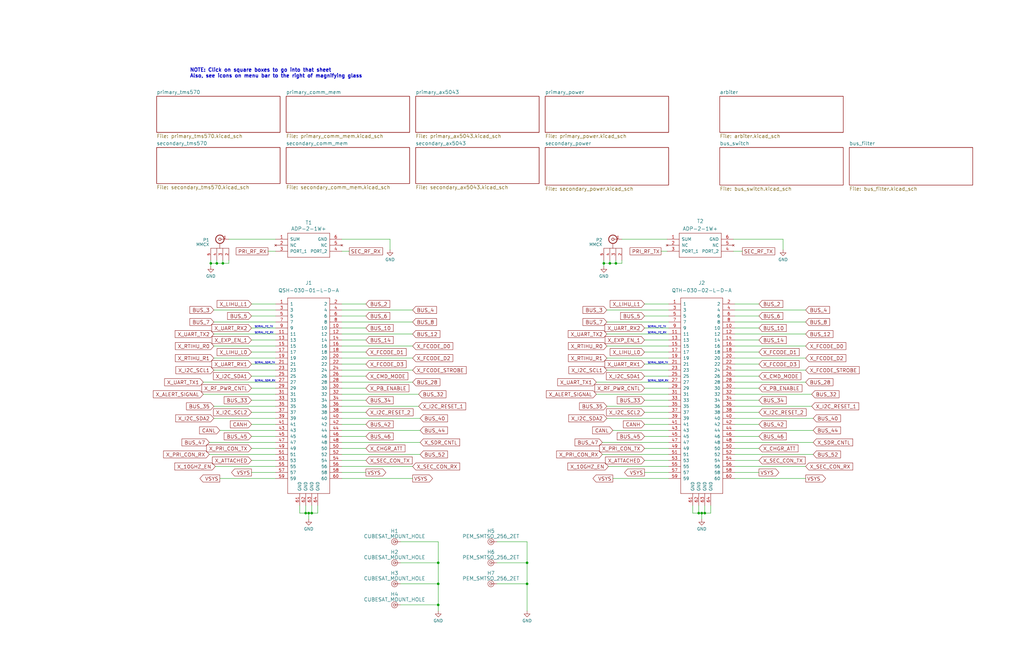
<source format=kicad_sch>
(kicad_sch (version 20230121) (generator eeschema)

  (uuid 57c04969-edc8-4b2e-a3de-c8863ff04d88)

  (paper "USLedger")

  (title_block
    (title "Radiation Tolerant Internal Housekeeping Unit (IHU)")
    (date "2023-08-24")
    (rev "1.2A")
    (company "AMSAT-NA")
    (comment 1 "C. Castillo")
    (comment 2 "Z. Metzinger")
  )

  (lib_symbols
    (symbol "amsat_discrete:CUBESAT_MOUNT_HOLE" (pin_numbers hide) (pin_names (offset 0) hide) (in_bom yes) (on_board yes)
      (property "Reference" "H" (at 0 -3.302 0)
        (effects (font (size 1.524 1.524)))
      )
      (property "Value" "CUBESAT_MOUNT_HOLE" (at 0 6.35 0)
        (effects (font (size 1.524 1.524)))
      )
      (property "Footprint" "" (at 0 0 0)
        (effects (font (size 1.524 1.524)) hide)
      )
      (property "Datasheet" "" (at 0 0 0)
        (effects (font (size 1.524 1.524)) hide)
      )
      (symbol "CUBESAT_MOUNT_HOLE_0_1"
        (circle (center 0 0) (radius 0.5588)
          (stroke (width 0) (type solid))
          (fill (type none))
        )
        (circle (center 0 0) (radius 1.27)
          (stroke (width 0) (type solid))
          (fill (type none))
        )
      )
      (symbol "CUBESAT_MOUNT_HOLE_1_1"
        (pin passive line (at 2.54 0 180) (length 2.54)
          (name "1" (effects (font (size 1.27 1.27))))
          (number "1" (effects (font (size 1.27 1.27))))
        )
      )
    )
    (symbol "amsat_discrete:PEM_SMTSO_256_2ET" (pin_numbers hide) (pin_names (offset 0) hide) (in_bom yes) (on_board yes)
      (property "Reference" "H" (at 0 -3.302 0)
        (effects (font (size 1.524 1.524)))
      )
      (property "Value" "PEM_SMTSO_256_2ET" (at 0 6.35 0)
        (effects (font (size 1.524 1.524)))
      )
      (property "Footprint" "" (at 0 0 0)
        (effects (font (size 1.524 1.524)) hide)
      )
      (property "Datasheet" "" (at 0 0 0)
        (effects (font (size 1.524 1.524)) hide)
      )
      (symbol "PEM_SMTSO_256_2ET_0_1"
        (circle (center 0 0) (radius 0.5588)
          (stroke (width 0) (type solid))
          (fill (type none))
        )
        (circle (center 0 0) (radius 1.27)
          (stroke (width 0) (type solid))
          (fill (type none))
        )
      )
      (symbol "PEM_SMTSO_256_2ET_1_1"
        (pin passive line (at 2.54 0 180) (length 2.54)
          (name "1" (effects (font (size 1.27 1.27))))
          (number "1" (effects (font (size 1.27 1.27))))
        )
      )
    )
    (symbol "amsat_minicircuits:ADP-2-1W+" (pin_names (offset 1.016)) (in_bom yes) (on_board yes)
      (property "Reference" "T" (at 10.16 10.16 0)
        (effects (font (size 1.524 1.524)))
      )
      (property "Value" "ADP-2-1W+" (at 8.89 -7.62 0)
        (effects (font (size 1.524 1.524)))
      )
      (property "Footprint" "" (at 0 0 0)
        (effects (font (size 1.524 1.524)) hide)
      )
      (property "Datasheet" "" (at 0 0 0)
        (effects (font (size 1.524 1.524)) hide)
      )
      (property "ki_description" "Power Splitter/Combiner 2 Way-0° 50 ohm 1 to 650 MHz" (at 0 0 0)
        (effects (font (size 1.27 1.27)) hide)
      )
      (symbol "ADP-2-1W+_0_1"
        (rectangle (start -8.89 -5.08) (end 8.89 -5.08)
          (stroke (width 0) (type solid))
          (fill (type none))
        )
        (rectangle (start -8.89 5.08) (end -8.89 -5.08)
          (stroke (width 0) (type solid))
          (fill (type none))
        )
        (rectangle (start 8.89 -5.08) (end 8.89 5.08)
          (stroke (width 0) (type solid))
          (fill (type none))
        )
        (rectangle (start 8.89 5.08) (end -8.89 5.08)
          (stroke (width 0) (type solid))
          (fill (type none))
        )
      )
      (symbol "ADP-2-1W+_1_1"
        (pin passive line (at -13.97 2.54 0) (length 5.08)
          (name "SUM" (effects (font (size 1.27 1.27))))
          (number "1" (effects (font (size 1.27 1.27))))
        )
        (pin no_connect line (at -13.97 0 0) (length 5.08)
          (name "NC" (effects (font (size 1.27 1.27))))
          (number "2" (effects (font (size 1.27 1.27))))
        )
        (pin passive line (at -13.97 -2.54 0) (length 5.08)
          (name "PORT_1" (effects (font (size 1.27 1.27))))
          (number "3" (effects (font (size 1.27 1.27))))
        )
        (pin passive line (at 13.97 -2.54 180) (length 5.08)
          (name "PORT_2" (effects (font (size 1.27 1.27))))
          (number "4" (effects (font (size 1.27 1.27))))
        )
        (pin no_connect line (at 13.97 0 180) (length 5.08)
          (name "NC" (effects (font (size 1.27 1.27))))
          (number "5" (effects (font (size 1.27 1.27))))
        )
        (pin passive line (at 13.97 2.54 180) (length 5.08)
          (name "GND" (effects (font (size 1.27 1.27))))
          (number "6" (effects (font (size 1.27 1.27))))
        )
      )
    )
    (symbol "amsat_te_amp:QSH-030-01-L-D-A" (pin_names (offset 1.016)) (in_bom yes) (on_board yes)
      (property "Reference" "J" (at 11.43 -41.91 0)
        (effects (font (size 1.524 1.524)))
      )
      (property "Value" "QSH-030-01-L-D-A" (at 0 41.91 0)
        (effects (font (size 1.524 1.524)))
      )
      (property "Footprint" "" (at 0 0 0)
        (effects (font (size 1.524 1.524)) hide)
      )
      (property "Datasheet" "" (at 0 0 0)
        (effects (font (size 1.524 1.524)) hide)
      )
      (property "ki_description" "Q Strip(R) High Speed Mezzanine" (at 0 0 0)
        (effects (font (size 1.27 1.27)) hide)
      )
      (symbol "QSH-030-01-L-D-A_0_1"
        (rectangle (start -8.89 39.37) (end 8.89 -43.18)
          (stroke (width 0) (type solid))
          (fill (type none))
        )
      )
      (symbol "QSH-030-01-L-D-A_1_1"
        (pin passive line (at -13.97 36.83 0) (length 5.08)
          (name "1" (effects (font (size 1.27 1.27))))
          (number "1" (effects (font (size 1.27 1.27))))
        )
        (pin passive line (at 13.97 26.67 180) (length 5.08)
          (name "10" (effects (font (size 1.27 1.27))))
          (number "10" (effects (font (size 1.27 1.27))))
        )
        (pin passive line (at -13.97 24.13 0) (length 5.08)
          (name "11" (effects (font (size 1.27 1.27))))
          (number "11" (effects (font (size 1.27 1.27))))
        )
        (pin passive line (at 13.97 24.13 180) (length 5.08)
          (name "12" (effects (font (size 1.27 1.27))))
          (number "12" (effects (font (size 1.27 1.27))))
        )
        (pin passive line (at -13.97 21.59 0) (length 5.08)
          (name "13" (effects (font (size 1.27 1.27))))
          (number "13" (effects (font (size 1.27 1.27))))
        )
        (pin passive line (at 13.97 21.59 180) (length 5.08)
          (name "14" (effects (font (size 1.27 1.27))))
          (number "14" (effects (font (size 1.27 1.27))))
        )
        (pin passive line (at -13.97 19.05 0) (length 5.08)
          (name "15" (effects (font (size 1.27 1.27))))
          (number "15" (effects (font (size 1.27 1.27))))
        )
        (pin passive line (at 13.97 19.05 180) (length 5.08)
          (name "16" (effects (font (size 1.27 1.27))))
          (number "16" (effects (font (size 1.27 1.27))))
        )
        (pin passive line (at -13.97 16.51 0) (length 5.08)
          (name "17" (effects (font (size 1.27 1.27))))
          (number "17" (effects (font (size 1.27 1.27))))
        )
        (pin passive line (at 13.97 16.51 180) (length 5.08)
          (name "18" (effects (font (size 1.27 1.27))))
          (number "18" (effects (font (size 1.27 1.27))))
        )
        (pin passive line (at -13.97 13.97 0) (length 5.08)
          (name "19" (effects (font (size 1.27 1.27))))
          (number "19" (effects (font (size 1.27 1.27))))
        )
        (pin passive line (at 13.97 36.83 180) (length 5.08)
          (name "2" (effects (font (size 1.27 1.27))))
          (number "2" (effects (font (size 1.27 1.27))))
        )
        (pin passive line (at 13.97 13.97 180) (length 5.08)
          (name "20" (effects (font (size 1.27 1.27))))
          (number "20" (effects (font (size 1.27 1.27))))
        )
        (pin passive line (at -13.97 11.43 0) (length 5.08)
          (name "21" (effects (font (size 1.27 1.27))))
          (number "21" (effects (font (size 1.27 1.27))))
        )
        (pin passive line (at 13.97 11.43 180) (length 5.08)
          (name "22" (effects (font (size 1.27 1.27))))
          (number "22" (effects (font (size 1.27 1.27))))
        )
        (pin passive line (at -13.97 8.89 0) (length 5.08)
          (name "23" (effects (font (size 1.27 1.27))))
          (number "23" (effects (font (size 1.27 1.27))))
        )
        (pin passive line (at 13.97 8.89 180) (length 5.08)
          (name "24" (effects (font (size 1.27 1.27))))
          (number "24" (effects (font (size 1.27 1.27))))
        )
        (pin passive line (at -13.97 6.35 0) (length 5.08)
          (name "25" (effects (font (size 1.27 1.27))))
          (number "25" (effects (font (size 1.27 1.27))))
        )
        (pin passive line (at 13.97 6.35 180) (length 5.08)
          (name "26" (effects (font (size 1.27 1.27))))
          (number "26" (effects (font (size 1.27 1.27))))
        )
        (pin passive line (at -13.97 3.81 0) (length 5.08)
          (name "27" (effects (font (size 1.27 1.27))))
          (number "27" (effects (font (size 1.27 1.27))))
        )
        (pin passive line (at 13.97 3.81 180) (length 5.08)
          (name "28" (effects (font (size 1.27 1.27))))
          (number "28" (effects (font (size 1.27 1.27))))
        )
        (pin passive line (at -13.97 1.27 0) (length 5.08)
          (name "29" (effects (font (size 1.27 1.27))))
          (number "29" (effects (font (size 1.27 1.27))))
        )
        (pin passive line (at -13.97 34.29 0) (length 5.08)
          (name "3" (effects (font (size 1.27 1.27))))
          (number "3" (effects (font (size 1.27 1.27))))
        )
        (pin passive line (at 13.97 1.27 180) (length 5.08)
          (name "30" (effects (font (size 1.27 1.27))))
          (number "30" (effects (font (size 1.27 1.27))))
        )
        (pin passive line (at -13.97 -1.27 0) (length 5.08)
          (name "31" (effects (font (size 1.27 1.27))))
          (number "31" (effects (font (size 1.27 1.27))))
        )
        (pin passive line (at 13.97 -1.27 180) (length 5.08)
          (name "32" (effects (font (size 1.27 1.27))))
          (number "32" (effects (font (size 1.27 1.27))))
        )
        (pin passive line (at -13.97 -3.81 0) (length 5.08)
          (name "33" (effects (font (size 1.27 1.27))))
          (number "33" (effects (font (size 1.27 1.27))))
        )
        (pin passive line (at 13.97 -3.81 180) (length 5.08)
          (name "34" (effects (font (size 1.27 1.27))))
          (number "34" (effects (font (size 1.27 1.27))))
        )
        (pin passive line (at -13.97 -6.35 0) (length 5.08)
          (name "35" (effects (font (size 1.27 1.27))))
          (number "35" (effects (font (size 1.27 1.27))))
        )
        (pin passive line (at 13.97 -6.35 180) (length 5.08)
          (name "36" (effects (font (size 1.27 1.27))))
          (number "36" (effects (font (size 1.27 1.27))))
        )
        (pin passive line (at -13.97 -8.89 0) (length 5.08)
          (name "37" (effects (font (size 1.27 1.27))))
          (number "37" (effects (font (size 1.27 1.27))))
        )
        (pin passive line (at 13.97 -8.89 180) (length 5.08)
          (name "38" (effects (font (size 1.27 1.27))))
          (number "38" (effects (font (size 1.27 1.27))))
        )
        (pin passive line (at -13.97 -11.43 0) (length 5.08)
          (name "39" (effects (font (size 1.27 1.27))))
          (number "39" (effects (font (size 1.27 1.27))))
        )
        (pin passive line (at 13.97 34.29 180) (length 5.08)
          (name "4" (effects (font (size 1.27 1.27))))
          (number "4" (effects (font (size 1.27 1.27))))
        )
        (pin passive line (at 13.97 -11.43 180) (length 5.08)
          (name "40" (effects (font (size 1.27 1.27))))
          (number "40" (effects (font (size 1.27 1.27))))
        )
        (pin passive line (at -13.97 -13.97 0) (length 5.08)
          (name "41" (effects (font (size 1.27 1.27))))
          (number "41" (effects (font (size 1.27 1.27))))
        )
        (pin passive line (at 13.97 -13.97 180) (length 5.08)
          (name "42" (effects (font (size 1.27 1.27))))
          (number "42" (effects (font (size 1.27 1.27))))
        )
        (pin passive line (at -13.97 -16.51 0) (length 5.08)
          (name "43" (effects (font (size 1.27 1.27))))
          (number "43" (effects (font (size 1.27 1.27))))
        )
        (pin passive line (at 13.97 -16.51 180) (length 5.08)
          (name "44" (effects (font (size 1.27 1.27))))
          (number "44" (effects (font (size 1.27 1.27))))
        )
        (pin passive line (at -13.97 -19.05 0) (length 5.08)
          (name "45" (effects (font (size 1.27 1.27))))
          (number "45" (effects (font (size 1.27 1.27))))
        )
        (pin passive line (at 13.97 -19.05 180) (length 5.08)
          (name "46" (effects (font (size 1.27 1.27))))
          (number "46" (effects (font (size 1.27 1.27))))
        )
        (pin passive line (at -13.97 -21.59 0) (length 5.08)
          (name "47" (effects (font (size 1.27 1.27))))
          (number "47" (effects (font (size 1.27 1.27))))
        )
        (pin passive line (at 13.97 -21.59 180) (length 5.08)
          (name "48" (effects (font (size 1.27 1.27))))
          (number "48" (effects (font (size 1.27 1.27))))
        )
        (pin passive line (at -13.97 -24.13 0) (length 5.08)
          (name "49" (effects (font (size 1.27 1.27))))
          (number "49" (effects (font (size 1.27 1.27))))
        )
        (pin passive line (at -13.97 31.75 0) (length 5.08)
          (name "5" (effects (font (size 1.27 1.27))))
          (number "5" (effects (font (size 1.27 1.27))))
        )
        (pin passive line (at 13.97 -24.13 180) (length 5.08)
          (name "50" (effects (font (size 1.27 1.27))))
          (number "50" (effects (font (size 1.27 1.27))))
        )
        (pin passive line (at -13.97 -26.67 0) (length 5.08)
          (name "51" (effects (font (size 1.27 1.27))))
          (number "51" (effects (font (size 1.27 1.27))))
        )
        (pin passive line (at 13.97 -26.67 180) (length 5.08)
          (name "52" (effects (font (size 1.27 1.27))))
          (number "52" (effects (font (size 1.27 1.27))))
        )
        (pin passive line (at -13.97 -29.21 0) (length 5.08)
          (name "53" (effects (font (size 1.27 1.27))))
          (number "53" (effects (font (size 1.27 1.27))))
        )
        (pin passive line (at 13.97 -29.21 180) (length 5.08)
          (name "54" (effects (font (size 1.27 1.27))))
          (number "54" (effects (font (size 1.27 1.27))))
        )
        (pin passive line (at -13.97 -31.75 0) (length 5.08)
          (name "55" (effects (font (size 1.27 1.27))))
          (number "55" (effects (font (size 1.27 1.27))))
        )
        (pin passive line (at 13.97 -31.75 180) (length 5.08)
          (name "56" (effects (font (size 1.27 1.27))))
          (number "56" (effects (font (size 1.27 1.27))))
        )
        (pin passive line (at -13.97 -34.29 0) (length 5.08)
          (name "57" (effects (font (size 1.27 1.27))))
          (number "57" (effects (font (size 1.27 1.27))))
        )
        (pin passive line (at 13.97 -34.29 180) (length 5.08)
          (name "58" (effects (font (size 1.27 1.27))))
          (number "58" (effects (font (size 1.27 1.27))))
        )
        (pin passive line (at -13.97 -36.83 0) (length 5.08)
          (name "59" (effects (font (size 1.27 1.27))))
          (number "59" (effects (font (size 1.27 1.27))))
        )
        (pin passive line (at 13.97 31.75 180) (length 5.08)
          (name "6" (effects (font (size 1.27 1.27))))
          (number "6" (effects (font (size 1.27 1.27))))
        )
        (pin passive line (at 13.97 -36.83 180) (length 5.08)
          (name "60" (effects (font (size 1.27 1.27))))
          (number "60" (effects (font (size 1.27 1.27))))
        )
        (pin power_in line (at -3.81 -48.26 90) (length 5.08)
          (name "GND" (effects (font (size 1.27 1.27))))
          (number "61" (effects (font (size 1.27 1.27))))
        )
        (pin power_in line (at -1.27 -48.26 90) (length 5.08)
          (name "GND" (effects (font (size 1.27 1.27))))
          (number "62" (effects (font (size 1.27 1.27))))
        )
        (pin power_in line (at 1.27 -48.26 90) (length 5.08)
          (name "GND" (effects (font (size 1.27 1.27))))
          (number "63" (effects (font (size 1.27 1.27))))
        )
        (pin power_in line (at 3.81 -48.26 90) (length 5.08)
          (name "GND" (effects (font (size 1.27 1.27))))
          (number "64" (effects (font (size 1.27 1.27))))
        )
        (pin passive line (at -13.97 29.21 0) (length 5.08)
          (name "7" (effects (font (size 1.27 1.27))))
          (number "7" (effects (font (size 1.27 1.27))))
        )
        (pin passive line (at 13.97 29.21 180) (length 5.08)
          (name "8" (effects (font (size 1.27 1.27))))
          (number "8" (effects (font (size 1.27 1.27))))
        )
        (pin passive line (at -13.97 26.67 0) (length 5.08)
          (name "9" (effects (font (size 1.27 1.27))))
          (number "9" (effects (font (size 1.27 1.27))))
        )
      )
    )
    (symbol "amsat_te_amp:QTH-030-02-L-D-A" (pin_names (offset 1.016)) (in_bom yes) (on_board yes)
      (property "Reference" "J" (at 11.43 -41.91 0)
        (effects (font (size 1.524 1.524)))
      )
      (property "Value" "QTH-030-02-L-D-A" (at 0 41.91 0)
        (effects (font (size 1.524 1.524)))
      )
      (property "Footprint" "" (at 0 0 0)
        (effects (font (size 1.524 1.524)) hide)
      )
      (property "Datasheet" "" (at 0 0 0)
        (effects (font (size 1.524 1.524)) hide)
      )
      (property "ki_description" "Q Strip(R) High Speed Mezzanine" (at 0 0 0)
        (effects (font (size 1.27 1.27)) hide)
      )
      (symbol "QTH-030-02-L-D-A_0_1"
        (rectangle (start -8.89 39.37) (end 8.89 -43.18)
          (stroke (width 0) (type solid))
          (fill (type none))
        )
      )
      (symbol "QTH-030-02-L-D-A_1_1"
        (pin passive line (at -13.97 36.83 0) (length 5.08)
          (name "1" (effects (font (size 1.27 1.27))))
          (number "1" (effects (font (size 1.27 1.27))))
        )
        (pin passive line (at 13.97 26.67 180) (length 5.08)
          (name "10" (effects (font (size 1.27 1.27))))
          (number "10" (effects (font (size 1.27 1.27))))
        )
        (pin passive line (at -13.97 24.13 0) (length 5.08)
          (name "11" (effects (font (size 1.27 1.27))))
          (number "11" (effects (font (size 1.27 1.27))))
        )
        (pin passive line (at 13.97 24.13 180) (length 5.08)
          (name "12" (effects (font (size 1.27 1.27))))
          (number "12" (effects (font (size 1.27 1.27))))
        )
        (pin passive line (at -13.97 21.59 0) (length 5.08)
          (name "13" (effects (font (size 1.27 1.27))))
          (number "13" (effects (font (size 1.27 1.27))))
        )
        (pin passive line (at 13.97 21.59 180) (length 5.08)
          (name "14" (effects (font (size 1.27 1.27))))
          (number "14" (effects (font (size 1.27 1.27))))
        )
        (pin passive line (at -13.97 19.05 0) (length 5.08)
          (name "15" (effects (font (size 1.27 1.27))))
          (number "15" (effects (font (size 1.27 1.27))))
        )
        (pin passive line (at 13.97 19.05 180) (length 5.08)
          (name "16" (effects (font (size 1.27 1.27))))
          (number "16" (effects (font (size 1.27 1.27))))
        )
        (pin passive line (at -13.97 16.51 0) (length 5.08)
          (name "17" (effects (font (size 1.27 1.27))))
          (number "17" (effects (font (size 1.27 1.27))))
        )
        (pin passive line (at 13.97 16.51 180) (length 5.08)
          (name "18" (effects (font (size 1.27 1.27))))
          (number "18" (effects (font (size 1.27 1.27))))
        )
        (pin passive line (at -13.97 13.97 0) (length 5.08)
          (name "19" (effects (font (size 1.27 1.27))))
          (number "19" (effects (font (size 1.27 1.27))))
        )
        (pin passive line (at 13.97 36.83 180) (length 5.08)
          (name "2" (effects (font (size 1.27 1.27))))
          (number "2" (effects (font (size 1.27 1.27))))
        )
        (pin passive line (at 13.97 13.97 180) (length 5.08)
          (name "20" (effects (font (size 1.27 1.27))))
          (number "20" (effects (font (size 1.27 1.27))))
        )
        (pin passive line (at -13.97 11.43 0) (length 5.08)
          (name "21" (effects (font (size 1.27 1.27))))
          (number "21" (effects (font (size 1.27 1.27))))
        )
        (pin passive line (at 13.97 11.43 180) (length 5.08)
          (name "22" (effects (font (size 1.27 1.27))))
          (number "22" (effects (font (size 1.27 1.27))))
        )
        (pin passive line (at -13.97 8.89 0) (length 5.08)
          (name "23" (effects (font (size 1.27 1.27))))
          (number "23" (effects (font (size 1.27 1.27))))
        )
        (pin passive line (at 13.97 8.89 180) (length 5.08)
          (name "24" (effects (font (size 1.27 1.27))))
          (number "24" (effects (font (size 1.27 1.27))))
        )
        (pin passive line (at -13.97 6.35 0) (length 5.08)
          (name "25" (effects (font (size 1.27 1.27))))
          (number "25" (effects (font (size 1.27 1.27))))
        )
        (pin passive line (at 13.97 6.35 180) (length 5.08)
          (name "26" (effects (font (size 1.27 1.27))))
          (number "26" (effects (font (size 1.27 1.27))))
        )
        (pin passive line (at -13.97 3.81 0) (length 5.08)
          (name "27" (effects (font (size 1.27 1.27))))
          (number "27" (effects (font (size 1.27 1.27))))
        )
        (pin passive line (at 13.97 3.81 180) (length 5.08)
          (name "28" (effects (font (size 1.27 1.27))))
          (number "28" (effects (font (size 1.27 1.27))))
        )
        (pin passive line (at -13.97 1.27 0) (length 5.08)
          (name "29" (effects (font (size 1.27 1.27))))
          (number "29" (effects (font (size 1.27 1.27))))
        )
        (pin passive line (at -13.97 34.29 0) (length 5.08)
          (name "3" (effects (font (size 1.27 1.27))))
          (number "3" (effects (font (size 1.27 1.27))))
        )
        (pin passive line (at 13.97 1.27 180) (length 5.08)
          (name "30" (effects (font (size 1.27 1.27))))
          (number "30" (effects (font (size 1.27 1.27))))
        )
        (pin passive line (at -13.97 -1.27 0) (length 5.08)
          (name "31" (effects (font (size 1.27 1.27))))
          (number "31" (effects (font (size 1.27 1.27))))
        )
        (pin passive line (at 13.97 -1.27 180) (length 5.08)
          (name "32" (effects (font (size 1.27 1.27))))
          (number "32" (effects (font (size 1.27 1.27))))
        )
        (pin passive line (at -13.97 -3.81 0) (length 5.08)
          (name "33" (effects (font (size 1.27 1.27))))
          (number "33" (effects (font (size 1.27 1.27))))
        )
        (pin passive line (at 13.97 -3.81 180) (length 5.08)
          (name "34" (effects (font (size 1.27 1.27))))
          (number "34" (effects (font (size 1.27 1.27))))
        )
        (pin passive line (at -13.97 -6.35 0) (length 5.08)
          (name "35" (effects (font (size 1.27 1.27))))
          (number "35" (effects (font (size 1.27 1.27))))
        )
        (pin passive line (at 13.97 -6.35 180) (length 5.08)
          (name "36" (effects (font (size 1.27 1.27))))
          (number "36" (effects (font (size 1.27 1.27))))
        )
        (pin passive line (at -13.97 -8.89 0) (length 5.08)
          (name "37" (effects (font (size 1.27 1.27))))
          (number "37" (effects (font (size 1.27 1.27))))
        )
        (pin passive line (at 13.97 -8.89 180) (length 5.08)
          (name "38" (effects (font (size 1.27 1.27))))
          (number "38" (effects (font (size 1.27 1.27))))
        )
        (pin passive line (at -13.97 -11.43 0) (length 5.08)
          (name "39" (effects (font (size 1.27 1.27))))
          (number "39" (effects (font (size 1.27 1.27))))
        )
        (pin passive line (at 13.97 34.29 180) (length 5.08)
          (name "4" (effects (font (size 1.27 1.27))))
          (number "4" (effects (font (size 1.27 1.27))))
        )
        (pin passive line (at 13.97 -11.43 180) (length 5.08)
          (name "40" (effects (font (size 1.27 1.27))))
          (number "40" (effects (font (size 1.27 1.27))))
        )
        (pin passive line (at -13.97 -13.97 0) (length 5.08)
          (name "41" (effects (font (size 1.27 1.27))))
          (number "41" (effects (font (size 1.27 1.27))))
        )
        (pin passive line (at 13.97 -13.97 180) (length 5.08)
          (name "42" (effects (font (size 1.27 1.27))))
          (number "42" (effects (font (size 1.27 1.27))))
        )
        (pin passive line (at -13.97 -16.51 0) (length 5.08)
          (name "43" (effects (font (size 1.27 1.27))))
          (number "43" (effects (font (size 1.27 1.27))))
        )
        (pin passive line (at 13.97 -16.51 180) (length 5.08)
          (name "44" (effects (font (size 1.27 1.27))))
          (number "44" (effects (font (size 1.27 1.27))))
        )
        (pin passive line (at -13.97 -19.05 0) (length 5.08)
          (name "45" (effects (font (size 1.27 1.27))))
          (number "45" (effects (font (size 1.27 1.27))))
        )
        (pin passive line (at 13.97 -19.05 180) (length 5.08)
          (name "46" (effects (font (size 1.27 1.27))))
          (number "46" (effects (font (size 1.27 1.27))))
        )
        (pin passive line (at -13.97 -21.59 0) (length 5.08)
          (name "47" (effects (font (size 1.27 1.27))))
          (number "47" (effects (font (size 1.27 1.27))))
        )
        (pin passive line (at 13.97 -21.59 180) (length 5.08)
          (name "48" (effects (font (size 1.27 1.27))))
          (number "48" (effects (font (size 1.27 1.27))))
        )
        (pin passive line (at -13.97 -24.13 0) (length 5.08)
          (name "49" (effects (font (size 1.27 1.27))))
          (number "49" (effects (font (size 1.27 1.27))))
        )
        (pin passive line (at -13.97 31.75 0) (length 5.08)
          (name "5" (effects (font (size 1.27 1.27))))
          (number "5" (effects (font (size 1.27 1.27))))
        )
        (pin passive line (at 13.97 -24.13 180) (length 5.08)
          (name "50" (effects (font (size 1.27 1.27))))
          (number "50" (effects (font (size 1.27 1.27))))
        )
        (pin passive line (at -13.97 -26.67 0) (length 5.08)
          (name "51" (effects (font (size 1.27 1.27))))
          (number "51" (effects (font (size 1.27 1.27))))
        )
        (pin passive line (at 13.97 -26.67 180) (length 5.08)
          (name "52" (effects (font (size 1.27 1.27))))
          (number "52" (effects (font (size 1.27 1.27))))
        )
        (pin passive line (at -13.97 -29.21 0) (length 5.08)
          (name "53" (effects (font (size 1.27 1.27))))
          (number "53" (effects (font (size 1.27 1.27))))
        )
        (pin passive line (at 13.97 -29.21 180) (length 5.08)
          (name "54" (effects (font (size 1.27 1.27))))
          (number "54" (effects (font (size 1.27 1.27))))
        )
        (pin passive line (at -13.97 -31.75 0) (length 5.08)
          (name "55" (effects (font (size 1.27 1.27))))
          (number "55" (effects (font (size 1.27 1.27))))
        )
        (pin passive line (at 13.97 -31.75 180) (length 5.08)
          (name "56" (effects (font (size 1.27 1.27))))
          (number "56" (effects (font (size 1.27 1.27))))
        )
        (pin passive line (at -13.97 -34.29 0) (length 5.08)
          (name "57" (effects (font (size 1.27 1.27))))
          (number "57" (effects (font (size 1.27 1.27))))
        )
        (pin passive line (at 13.97 -34.29 180) (length 5.08)
          (name "58" (effects (font (size 1.27 1.27))))
          (number "58" (effects (font (size 1.27 1.27))))
        )
        (pin passive line (at -13.97 -36.83 0) (length 5.08)
          (name "59" (effects (font (size 1.27 1.27))))
          (number "59" (effects (font (size 1.27 1.27))))
        )
        (pin passive line (at 13.97 31.75 180) (length 5.08)
          (name "6" (effects (font (size 1.27 1.27))))
          (number "6" (effects (font (size 1.27 1.27))))
        )
        (pin passive line (at 13.97 -36.83 180) (length 5.08)
          (name "60" (effects (font (size 1.27 1.27))))
          (number "60" (effects (font (size 1.27 1.27))))
        )
        (pin power_in line (at -3.81 -48.26 90) (length 5.08)
          (name "GND" (effects (font (size 1.27 1.27))))
          (number "61" (effects (font (size 1.27 1.27))))
        )
        (pin power_in line (at -1.27 -48.26 90) (length 5.08)
          (name "GND" (effects (font (size 1.27 1.27))))
          (number "62" (effects (font (size 1.27 1.27))))
        )
        (pin power_in line (at 1.27 -48.26 90) (length 5.08)
          (name "GND" (effects (font (size 1.27 1.27))))
          (number "63" (effects (font (size 1.27 1.27))))
        )
        (pin power_in line (at 3.81 -48.26 90) (length 5.08)
          (name "GND" (effects (font (size 1.27 1.27))))
          (number "64" (effects (font (size 1.27 1.27))))
        )
        (pin passive line (at -13.97 29.21 0) (length 5.08)
          (name "7" (effects (font (size 1.27 1.27))))
          (number "7" (effects (font (size 1.27 1.27))))
        )
        (pin passive line (at 13.97 29.21 180) (length 5.08)
          (name "8" (effects (font (size 1.27 1.27))))
          (number "8" (effects (font (size 1.27 1.27))))
        )
        (pin passive line (at -13.97 26.67 0) (length 5.08)
          (name "9" (effects (font (size 1.27 1.27))))
          (number "9" (effects (font (size 1.27 1.27))))
        )
      )
    )
    (symbol "amsat_te_amp:SMA" (pin_names (offset 1.016) hide) (in_bom yes) (on_board yes)
      (property "Reference" "P" (at 0.254 3.048 0)
        (effects (font (size 1.27 1.27)))
      )
      (property "Value" "SMA" (at 2.794 -1.524 90)
        (effects (font (size 1.27 1.27)))
      )
      (property "Footprint" "" (at 0 0 0)
        (effects (font (size 1.27 1.27)))
      )
      (property "Datasheet" "" (at 0 0 0)
        (effects (font (size 1.27 1.27)))
      )
      (property "ki_description" "SMA PCB Mount" (at 0 0 0)
        (effects (font (size 1.27 1.27)) hide)
      )
      (property "ki_fp_filters" "BNC_* bnc bnc-*" (at 0 0 0)
        (effects (font (size 1.27 1.27)) hide)
      )
      (symbol "SMA_0_1"
        (polyline
          (pts
            (xy -3.81 -3.81)
            (xy 3.81 -3.81)
          )
          (stroke (width 0) (type solid))
          (fill (type none))
        )
        (polyline
          (pts
            (xy 0 -3.81)
            (xy 0 -1.778)
          )
          (stroke (width 0) (type solid))
          (fill (type none))
        )
        (circle (center 0 0) (radius 0.508)
          (stroke (width 0.2032) (type solid))
          (fill (type none))
        )
        (circle (center 0 0) (radius 1.778)
          (stroke (width 0.3048) (type solid))
          (fill (type none))
        )
      )
      (symbol "SMA_1_1"
        (pin passive line (at -3.81 0 0) (length 3.302)
          (name "In" (effects (font (size 1.016 1.016))))
          (number "1" (effects (font (size 1.016 1.016))))
        )
        (pin passive line (at -3.81 -8.89 90) (length 5.08)
          (name "Body" (effects (font (size 1.016 1.016))))
          (number "2" (effects (font (size 1.016 1.016))))
        )
        (pin input line (at -1.27 -8.89 90) (length 5.08)
          (name "3" (effects (font (size 1.27 1.27))))
          (number "3" (effects (font (size 1.27 1.27))))
        )
        (pin passive line (at 1.27 -8.89 90) (length 5.08)
          (name "4" (effects (font (size 1.016 1.016))))
          (number "4" (effects (font (size 1.016 1.016))))
        )
        (pin passive line (at 3.81 -8.89 90) (length 5.08)
          (name "5" (effects (font (size 1.016 1.016))))
          (number "5" (effects (font (size 1.016 1.016))))
        )
      )
    )
    (symbol "power:GND" (power) (pin_names (offset 0)) (in_bom yes) (on_board yes)
      (property "Reference" "#PWR" (at 0 -6.35 0)
        (effects (font (size 1.27 1.27)) hide)
      )
      (property "Value" "GND" (at 0 -3.81 0)
        (effects (font (size 1.27 1.27)))
      )
      (property "Footprint" "" (at 0 0 0)
        (effects (font (size 1.27 1.27)) hide)
      )
      (property "Datasheet" "" (at 0 0 0)
        (effects (font (size 1.27 1.27)) hide)
      )
      (property "ki_keywords" "global power" (at 0 0 0)
        (effects (font (size 1.27 1.27)) hide)
      )
      (property "ki_description" "Power symbol creates a global label with name \"GND\" , ground" (at 0 0 0)
        (effects (font (size 1.27 1.27)) hide)
      )
      (symbol "GND_0_1"
        (polyline
          (pts
            (xy 0 0)
            (xy 0 -1.27)
            (xy 1.27 -1.27)
            (xy 0 -2.54)
            (xy -1.27 -1.27)
            (xy 0 -1.27)
          )
          (stroke (width 0) (type default))
          (fill (type none))
        )
      )
      (symbol "GND_1_1"
        (pin power_in line (at 0 0 270) (length 0) hide
          (name "GND" (effects (font (size 1.27 1.27))))
          (number "1" (effects (font (size 1.27 1.27))))
        )
      )
    )
  )

  (junction (at 184.785 237.49) (diameter 0) (color 0 0 0 0)
    (uuid 059b777d-2c8b-4967-bb1d-2717ba0eec08)
  )
  (junction (at 128.905 216.535) (diameter 0) (color 0 0 0 0)
    (uuid 0d213806-b6df-4e14-aa51-b61fe1ba2f27)
  )
  (junction (at 254.635 111.125) (diameter 0) (color 0 0 0 0)
    (uuid 1f6180eb-c43c-4653-b094-c83f2c7e8add)
  )
  (junction (at 294.64 216.535) (diameter 0) (color 0 0 0 0)
    (uuid 2b2f029a-ff35-4c13-a154-4b798378a048)
  )
  (junction (at 184.785 246.38) (diameter 0) (color 0 0 0 0)
    (uuid 30a98f83-899d-4eb5-883e-3f73c1c89d0e)
  )
  (junction (at 130.175 216.535) (diameter 0) (color 0 0 0 0)
    (uuid 40d78c25-6c68-4107-a4f7-a115fcdd2ede)
  )
  (junction (at 91.44 111.125) (diameter 0) (color 0 0 0 0)
    (uuid 4839d6ce-e18c-4a3f-8b90-669f1dcc2c9a)
  )
  (junction (at 131.445 216.535) (diameter 0) (color 0 0 0 0)
    (uuid 4b279d88-11ad-4e10-92fe-959822acd406)
  )
  (junction (at 222.25 237.49) (diameter 0) (color 0 0 0 0)
    (uuid 4b74da37-aa87-45e1-8cee-bbea1d8f5b3b)
  )
  (junction (at 93.98 111.125) (diameter 0) (color 0 0 0 0)
    (uuid 58de6e27-4890-4729-9a2b-43e5255fe2f1)
  )
  (junction (at 297.18 216.535) (diameter 0) (color 0 0 0 0)
    (uuid 5be88366-7af3-409d-b867-fa29f0df2fa9)
  )
  (junction (at 222.25 246.38) (diameter 0) (color 0 0 0 0)
    (uuid 7b4c6459-2e81-4d16-851f-fce88bff0ba8)
  )
  (junction (at 257.175 111.125) (diameter 0) (color 0 0 0 0)
    (uuid 8d853292-807a-4ae5-91c8-aa1701e130ed)
  )
  (junction (at 184.785 255.27) (diameter 0) (color 0 0 0 0)
    (uuid 9bde61ef-e1c5-4c24-8f0c-b8f5bf0c61ec)
  )
  (junction (at 88.9 111.125) (diameter 0) (color 0 0 0 0)
    (uuid b5a23d0c-cccc-4774-91e3-aded3e72f0c2)
  )
  (junction (at 259.715 111.125) (diameter 0) (color 0 0 0 0)
    (uuid c3188c40-0c13-48b3-84b6-614030b5d654)
  )
  (junction (at 295.91 216.535) (diameter 0) (color 0 0 0 0)
    (uuid e86ec2ea-cd13-4fd2-ac38-f1b040c489b1)
  )

  (wire (pts (xy 128.905 216.535) (xy 130.175 216.535))
    (stroke (width 0) (type default))
    (uuid 05a42db6-18b7-4a7b-836e-b3fe6adf8206)
  )
  (wire (pts (xy 144.145 179.07) (xy 154.305 179.07))
    (stroke (width 0) (type default))
    (uuid 06410aad-e9c6-4ca1-9e1f-daf2f382105d)
  )
  (wire (pts (xy 116.205 163.83) (xy 106.045 163.83))
    (stroke (width 0) (type default))
    (uuid 074da519-a9a6-4463-9b73-36251758f908)
  )
  (wire (pts (xy 116.205 168.91) (xy 106.045 168.91))
    (stroke (width 0) (type default))
    (uuid 07b35ec3-0a2c-4b90-9ea8-10547b12115f)
  )
  (wire (pts (xy 184.785 246.38) (xy 184.785 255.27))
    (stroke (width 0) (type default))
    (uuid 08e843f5-73bd-4fd6-9e04-1d42b8d3325d)
  )
  (wire (pts (xy 173.99 156.21) (xy 144.145 156.21))
    (stroke (width 0) (type default))
    (uuid 099fe03e-e7e0-4c5e-9a88-2617b525f077)
  )
  (wire (pts (xy 254.635 111.125) (xy 257.175 111.125))
    (stroke (width 0) (type default))
    (uuid 0aa30a1f-a01d-4a00-bf4b-15edeeb5b182)
  )
  (wire (pts (xy 90.805 196.85) (xy 116.205 196.85))
    (stroke (width 0) (type default))
    (uuid 0b3430fc-52b6-47b7-9f91-880c66928d24)
  )
  (wire (pts (xy 168.91 228.6) (xy 184.785 228.6))
    (stroke (width 0) (type default))
    (uuid 0e30518a-6973-4812-911d-9b4fb4e7f9d4)
  )
  (wire (pts (xy 342.9 191.77) (xy 309.88 191.77))
    (stroke (width 0) (type default))
    (uuid 0f9adee4-feb2-422c-85b0-c8d4230d9483)
  )
  (wire (pts (xy 168.91 237.49) (xy 184.785 237.49))
    (stroke (width 0) (type default))
    (uuid 107b4a85-507f-4284-b187-f7ab28cb250a)
  )
  (wire (pts (xy 173.99 140.97) (xy 144.145 140.97))
    (stroke (width 0) (type default))
    (uuid 145c65c1-963c-4570-aab1-9be2f82cc22c)
  )
  (wire (pts (xy 176.53 166.37) (xy 144.145 166.37))
    (stroke (width 0) (type default))
    (uuid 1570283e-35aa-499e-b1a2-4621885e7acf)
  )
  (wire (pts (xy 281.94 153.67) (xy 271.78 153.67))
    (stroke (width 0) (type default))
    (uuid 178ff2ba-1ad6-4376-8c75-d1daa6b8f650)
  )
  (wire (pts (xy 294.64 216.535) (xy 295.91 216.535))
    (stroke (width 0) (type default))
    (uuid 1a0a3c94-22d9-450a-8160-0a8d48dcef9e)
  )
  (wire (pts (xy 281.94 184.15) (xy 271.78 184.15))
    (stroke (width 0) (type default))
    (uuid 1a0d741c-fa34-4fbd-8e54-90532cfdb3d0)
  )
  (wire (pts (xy 294.64 213.36) (xy 294.64 216.535))
    (stroke (width 0) (type default))
    (uuid 1b12b0bc-e77a-422e-99d7-28d83a572c46)
  )
  (wire (pts (xy 177.165 181.61) (xy 144.145 181.61))
    (stroke (width 0) (type default))
    (uuid 1bbe7394-5ddc-4b16-8830-0732234cfe6e)
  )
  (wire (pts (xy 320.04 199.39) (xy 309.88 199.39))
    (stroke (width 0) (type default))
    (uuid 1f9a3748-8bba-47c8-b4e2-59c911026b46)
  )
  (wire (pts (xy 255.905 135.89) (xy 281.94 135.89))
    (stroke (width 0) (type default))
    (uuid 22f14831-2408-440a-96a6-bf5e974a49bb)
  )
  (wire (pts (xy 168.91 246.38) (xy 184.785 246.38))
    (stroke (width 0) (type default))
    (uuid 26950be5-2906-4bed-b826-396789c3f09b)
  )
  (wire (pts (xy 339.725 135.89) (xy 309.88 135.89))
    (stroke (width 0) (type default))
    (uuid 26bc6be5-dba4-450c-b02f-6d63d51de897)
  )
  (wire (pts (xy 116.205 106.045) (xy 113.03 106.045))
    (stroke (width 0) (type default))
    (uuid 283adc9e-0ebd-4778-b5a7-1cba3c9ea187)
  )
  (wire (pts (xy 271.78 189.23) (xy 281.94 189.23))
    (stroke (width 0) (type default))
    (uuid 299db099-9f0b-46f6-b579-398109f21737)
  )
  (wire (pts (xy 255.905 140.97) (xy 281.94 140.97))
    (stroke (width 0) (type default))
    (uuid 29ddb0b3-1eed-450f-919e-955e39ac88e6)
  )
  (wire (pts (xy 256.54 196.85) (xy 281.94 196.85))
    (stroke (width 0) (type default))
    (uuid 29f175e8-05af-4675-851c-ec58378293f5)
  )
  (wire (pts (xy 90.17 140.97) (xy 116.205 140.97))
    (stroke (width 0) (type default))
    (uuid 2af3696b-8368-4885-9ab3-1347c14d64f7)
  )
  (wire (pts (xy 297.18 216.535) (xy 297.18 213.36))
    (stroke (width 0) (type default))
    (uuid 2cb0592e-607e-469b-9ce4-e96d022bb88b)
  )
  (wire (pts (xy 177.165 176.53) (xy 144.145 176.53))
    (stroke (width 0) (type default))
    (uuid 2dfc93d3-41ac-4d0c-802f-942a3470ba1f)
  )
  (wire (pts (xy 309.88 158.75) (xy 320.04 158.75))
    (stroke (width 0) (type default))
    (uuid 2e151504-0018-4d9e-8746-2b10d4770da2)
  )
  (wire (pts (xy 299.72 216.535) (xy 299.72 213.36))
    (stroke (width 0) (type default))
    (uuid 2e72d6ed-6939-43a8-86c5-816e758f8a31)
  )
  (wire (pts (xy 93.98 109.855) (xy 93.98 111.125))
    (stroke (width 0) (type default))
    (uuid 2fe7c87c-0bcd-4bd9-a62e-c3bb5dbb83fe)
  )
  (wire (pts (xy 255.905 130.81) (xy 281.94 130.81))
    (stroke (width 0) (type default))
    (uuid 3419b70a-6c7c-4d81-9ba1-1e56c570f290)
  )
  (wire (pts (xy 173.99 201.93) (xy 144.145 201.93))
    (stroke (width 0) (type default))
    (uuid 3565d570-bd5f-4918-b25b-e2cd11b90a64)
  )
  (wire (pts (xy 144.145 100.965) (xy 164.465 100.965))
    (stroke (width 0) (type default))
    (uuid 35ffdeda-1f4f-4a6d-87d6-8222164b5f00)
  )
  (wire (pts (xy 281.94 173.99) (xy 271.78 173.99))
    (stroke (width 0) (type default))
    (uuid 36764c98-a38f-4624-9e48-2596852e6053)
  )
  (wire (pts (xy 339.725 201.93) (xy 309.88 201.93))
    (stroke (width 0) (type default))
    (uuid 37da5316-e62a-4172-9e62-f363ac7eabc6)
  )
  (wire (pts (xy 281.94 168.91) (xy 271.78 168.91))
    (stroke (width 0) (type default))
    (uuid 39353c1c-38e1-4ac8-8fd4-5b2b052fdd59)
  )
  (wire (pts (xy 339.725 146.05) (xy 309.88 146.05))
    (stroke (width 0) (type default))
    (uuid 3c84ae39-4431-4d01-8d81-c5462c58a7ca)
  )
  (wire (pts (xy 339.725 196.85) (xy 309.88 196.85))
    (stroke (width 0) (type default))
    (uuid 3cfefa52-3fd7-4fc1-9aca-6ef7d514bef1)
  )
  (wire (pts (xy 116.205 153.67) (xy 106.045 153.67))
    (stroke (width 0) (type default))
    (uuid 3df90e46-0187-4fe0-8fc9-bb3408c0c6f6)
  )
  (wire (pts (xy 259.715 109.855) (xy 259.715 111.125))
    (stroke (width 0) (type default))
    (uuid 3e0eee72-8d0b-4e09-a4a2-6c2508039c89)
  )
  (wire (pts (xy 342.265 171.45) (xy 309.88 171.45))
    (stroke (width 0) (type default))
    (uuid 419157eb-0a7a-4e53-9978-e125fdd8e6d1)
  )
  (wire (pts (xy 309.88 133.35) (xy 320.04 133.35))
    (stroke (width 0) (type default))
    (uuid 41b72708-45db-47ea-b8b1-c53582555c27)
  )
  (wire (pts (xy 309.88 179.07) (xy 320.04 179.07))
    (stroke (width 0) (type default))
    (uuid 43216743-11bc-4898-98c2-e2b4f143d8e4)
  )
  (wire (pts (xy 339.725 161.29) (xy 309.88 161.29))
    (stroke (width 0) (type default))
    (uuid 44994ec1-ad63-46ec-bc15-db80d0851d3c)
  )
  (wire (pts (xy 262.255 100.965) (xy 281.305 100.965))
    (stroke (width 0) (type default))
    (uuid 44add5b7-5b90-4e11-b1fd-b0a8c40938af)
  )
  (wire (pts (xy 85.725 161.29) (xy 116.205 161.29))
    (stroke (width 0) (type default))
    (uuid 45ea232c-cf18-492b-bd7a-cbf5b8def1c2)
  )
  (wire (pts (xy 176.53 171.45) (xy 144.145 171.45))
    (stroke (width 0) (type default))
    (uuid 45ebda86-e4af-4143-9b98-40ce70afd7f8)
  )
  (wire (pts (xy 258.445 201.93) (xy 281.94 201.93))
    (stroke (width 0) (type default))
    (uuid 4a1677b4-ee23-486f-b85a-04eb9b29504d)
  )
  (wire (pts (xy 90.17 135.89) (xy 116.205 135.89))
    (stroke (width 0) (type default))
    (uuid 4ecbc78d-8cf4-4b62-8315-2909d566b06c)
  )
  (wire (pts (xy 342.265 166.37) (xy 309.88 166.37))
    (stroke (width 0) (type default))
    (uuid 4f2d57ba-7ccf-44e0-9ebd-399e2eeaa288)
  )
  (wire (pts (xy 309.88 168.91) (xy 320.04 168.91))
    (stroke (width 0) (type default))
    (uuid 4fade9db-cd42-487b-b7f4-465a10d1257f)
  )
  (wire (pts (xy 144.145 138.43) (xy 154.305 138.43))
    (stroke (width 0) (type default))
    (uuid 53502a2e-368a-46e8-8c51-6d7e4b61ccd3)
  )
  (wire (pts (xy 184.785 237.49) (xy 184.785 246.38))
    (stroke (width 0) (type default))
    (uuid 586c38c9-e833-43b2-aa64-e93d967665de)
  )
  (wire (pts (xy 281.94 179.07) (xy 271.78 179.07))
    (stroke (width 0) (type default))
    (uuid 59bc1feb-bc86-415c-9013-2ba06cad301a)
  )
  (wire (pts (xy 259.715 111.125) (xy 262.255 111.125))
    (stroke (width 0) (type default))
    (uuid 5ed1de63-f1dc-4059-ba21-97fcc4ece1d6)
  )
  (wire (pts (xy 173.99 196.85) (xy 144.145 196.85))
    (stroke (width 0) (type default))
    (uuid 5f10ef3a-0a0b-4928-9152-61c53cd2a4c0)
  )
  (wire (pts (xy 91.44 111.125) (xy 93.98 111.125))
    (stroke (width 0) (type default))
    (uuid 5fa75b19-5aff-4f3c-84f4-55dd627466c5)
  )
  (wire (pts (xy 320.04 189.23) (xy 309.88 189.23))
    (stroke (width 0) (type default))
    (uuid 616af2c6-66f5-4197-be72-fe519e0bfbca)
  )
  (wire (pts (xy 309.88 153.67) (xy 320.04 153.67))
    (stroke (width 0) (type default))
    (uuid 65103d15-dea5-485b-8a35-631c80bf1176)
  )
  (wire (pts (xy 130.175 216.535) (xy 131.445 216.535))
    (stroke (width 0) (type default))
    (uuid 674d92b3-3fc5-4e8c-bd6a-01ce71bb982c)
  )
  (wire (pts (xy 144.145 184.15) (xy 154.305 184.15))
    (stroke (width 0) (type default))
    (uuid 675faefb-5150-4e07-a405-8e4aaf10ae16)
  )
  (wire (pts (xy 131.445 216.535) (xy 133.985 216.535))
    (stroke (width 0) (type default))
    (uuid 6924d8d7-db7d-413c-990b-5f96b4f13e9a)
  )
  (wire (pts (xy 255.905 156.21) (xy 281.94 156.21))
    (stroke (width 0) (type default))
    (uuid 69c113ff-d52e-43a5-bd8c-c2c115052d1b)
  )
  (wire (pts (xy 262.255 111.125) (xy 262.255 109.855))
    (stroke (width 0) (type default))
    (uuid 6cab777b-23d5-4be4-9917-eb66d0194c44)
  )
  (wire (pts (xy 173.99 146.05) (xy 144.145 146.05))
    (stroke (width 0) (type default))
    (uuid 6d067441-2907-481b-a342-bc16f220fde2)
  )
  (wire (pts (xy 144.145 148.59) (xy 154.305 148.59))
    (stroke (width 0) (type default))
    (uuid 6d9227c5-070c-40fc-975e-4b4f1dab1831)
  )
  (wire (pts (xy 222.25 228.6) (xy 222.25 237.49))
    (stroke (width 0) (type default))
    (uuid 71517477-2e2d-4629-996c-6f1b90eb3894)
  )
  (wire (pts (xy 177.165 191.77) (xy 144.145 191.77))
    (stroke (width 0) (type default))
    (uuid 71b07269-a2d8-4c83-8867-8791c7338c1e)
  )
  (wire (pts (xy 222.25 237.49) (xy 222.25 246.38))
    (stroke (width 0) (type default))
    (uuid 74b87e8e-407d-4918-b489-8b20a2126d50)
  )
  (wire (pts (xy 90.17 171.45) (xy 116.205 171.45))
    (stroke (width 0) (type default))
    (uuid 7a4a8159-90e3-497a-a08b-bda308c30a13)
  )
  (wire (pts (xy 251.46 166.37) (xy 281.94 166.37))
    (stroke (width 0) (type default))
    (uuid 7a57cfbf-c112-4a44-b17a-29089389420f)
  )
  (wire (pts (xy 96.52 111.125) (xy 96.52 109.855))
    (stroke (width 0) (type default))
    (uuid 7dcdc001-c56b-4416-8450-637edd7a6671)
  )
  (wire (pts (xy 144.145 168.91) (xy 154.305 168.91))
    (stroke (width 0) (type default))
    (uuid 83955594-3314-4e59-90c2-188ab6288dab)
  )
  (wire (pts (xy 91.44 111.125) (xy 91.44 109.855))
    (stroke (width 0) (type default))
    (uuid 844cbef1-c807-48e7-ac4a-7060b03eb11c)
  )
  (wire (pts (xy 295.91 216.535) (xy 295.91 219.075))
    (stroke (width 0) (type default))
    (uuid 8486d0a6-a390-4899-8a2a-971b16fc1803)
  )
  (wire (pts (xy 309.88 163.83) (xy 320.04 163.83))
    (stroke (width 0) (type default))
    (uuid 85bc638b-5a8a-4e8f-a77b-d87f603e6f73)
  )
  (wire (pts (xy 254.635 111.125) (xy 254.635 112.395))
    (stroke (width 0) (type default))
    (uuid 861f80ae-3097-4af0-8363-f70620e85f37)
  )
  (wire (pts (xy 342.9 186.69) (xy 309.88 186.69))
    (stroke (width 0) (type default))
    (uuid 869372d8-dc3f-4e9f-936a-5ae983791a7a)
  )
  (wire (pts (xy 177.165 186.69) (xy 144.145 186.69))
    (stroke (width 0) (type default))
    (uuid 870c6cd8-1e6d-48fa-8ddc-57e326608338)
  )
  (wire (pts (xy 281.94 194.31) (xy 271.78 194.31))
    (stroke (width 0) (type default))
    (uuid 884da6a2-e0ea-4576-a025-5d7d4951a7db)
  )
  (wire (pts (xy 255.905 171.45) (xy 281.94 171.45))
    (stroke (width 0) (type default))
    (uuid 88a20344-1a95-4bd1-bd81-071f1a8912a0)
  )
  (wire (pts (xy 92.71 201.93) (xy 116.205 201.93))
    (stroke (width 0) (type default))
    (uuid 88d1efb2-0e48-4694-8ca9-28f79eb0f9a1)
  )
  (wire (pts (xy 96.52 100.965) (xy 116.205 100.965))
    (stroke (width 0) (type default))
    (uuid 8a310cef-642d-46ba-bf21-fdc2a8f0403a)
  )
  (wire (pts (xy 257.175 111.125) (xy 259.715 111.125))
    (stroke (width 0) (type default))
    (uuid 8a3d7383-7779-4d74-9de6-7156f804750d)
  )
  (wire (pts (xy 309.245 100.965) (xy 330.2 100.965))
    (stroke (width 0) (type default))
    (uuid 8a797e67-0bc5-4ce0-8e08-daccfe0b335f)
  )
  (wire (pts (xy 133.985 216.535) (xy 133.985 213.36))
    (stroke (width 0) (type default))
    (uuid 8aba79c0-9358-4c02-9e5d-aa444bc8badb)
  )
  (wire (pts (xy 144.145 128.27) (xy 154.305 128.27))
    (stroke (width 0) (type default))
    (uuid 8b71da56-ee13-4ebb-8620-c1605de3bced)
  )
  (wire (pts (xy 90.17 151.13) (xy 116.205 151.13))
    (stroke (width 0) (type default))
    (uuid 8dc56709-a46c-48ca-a0d6-192a9cf03125)
  )
  (wire (pts (xy 342.9 181.61) (xy 309.88 181.61))
    (stroke (width 0) (type default))
    (uuid 8e43e323-e9af-4002-9afa-31173a460cd0)
  )
  (wire (pts (xy 144.145 158.75) (xy 154.305 158.75))
    (stroke (width 0) (type default))
    (uuid 8eab91de-26c8-4fa1-a20f-a7b603db30d6)
  )
  (wire (pts (xy 85.725 166.37) (xy 116.205 166.37))
    (stroke (width 0) (type default))
    (uuid 8f4c5727-e49b-4873-be0e-bc8d24c92b40)
  )
  (wire (pts (xy 154.305 199.39) (xy 144.145 199.39))
    (stroke (width 0) (type default))
    (uuid 8feb5e53-cb5d-4759-9243-75f00b80d36d)
  )
  (wire (pts (xy 168.91 255.27) (xy 184.785 255.27))
    (stroke (width 0) (type default))
    (uuid 90d643e7-725d-48b0-af17-620311f96c09)
  )
  (wire (pts (xy 339.725 140.97) (xy 309.88 140.97))
    (stroke (width 0) (type default))
    (uuid 9271612c-e857-4e28-8c03-8091a3eb2073)
  )
  (wire (pts (xy 128.905 213.36) (xy 128.905 216.535))
    (stroke (width 0) (type default))
    (uuid 9626f68f-8078-4813-80e4-a6bc0f8136d6)
  )
  (wire (pts (xy 116.205 158.75) (xy 106.045 158.75))
    (stroke (width 0) (type default))
    (uuid 96af8844-ee74-4942-a277-f6417c9533dd)
  )
  (wire (pts (xy 116.205 179.07) (xy 106.045 179.07))
    (stroke (width 0) (type default))
    (uuid 96b9d3b9-d351-492f-8349-30c18dd506d7)
  )
  (wire (pts (xy 90.17 146.05) (xy 116.205 146.05))
    (stroke (width 0) (type default))
    (uuid 97be7d4e-4e42-489b-a9ad-b81112871742)
  )
  (wire (pts (xy 292.1 213.36) (xy 292.1 216.535))
    (stroke (width 0) (type default))
    (uuid 994ecf07-86bd-4559-88f9-31a93c31d7dc)
  )
  (wire (pts (xy 209.55 228.6) (xy 222.25 228.6))
    (stroke (width 0) (type default))
    (uuid 9beb237a-9cbe-4a49-a251-b0c2715e8077)
  )
  (wire (pts (xy 330.2 100.965) (xy 330.2 105.41))
    (stroke (width 0) (type default))
    (uuid 9bf4326a-26ed-4b18-95f3-c7ea3f1cd7d1)
  )
  (wire (pts (xy 130.175 216.535) (xy 130.175 219.075))
    (stroke (width 0) (type default))
    (uuid 9cdadf7c-d516-4858-a5bd-e72726e01275)
  )
  (wire (pts (xy 154.305 189.23) (xy 144.145 189.23))
    (stroke (width 0) (type default))
    (uuid 9d09edde-bb52-42f6-86f0-5d8d5a0972f5)
  )
  (wire (pts (xy 309.88 148.59) (xy 320.04 148.59))
    (stroke (width 0) (type default))
    (uuid 9e602a8a-878f-481c-9c64-8bb5ebb00240)
  )
  (wire (pts (xy 281.94 163.83) (xy 271.78 163.83))
    (stroke (width 0) (type default))
    (uuid 9e6859b2-251d-4651-b620-bbff00851cd0)
  )
  (wire (pts (xy 339.725 151.13) (xy 309.88 151.13))
    (stroke (width 0) (type default))
    (uuid 9f046168-91e5-4d5f-a96c-4ab7a56f0add)
  )
  (wire (pts (xy 281.94 148.59) (xy 271.78 148.59))
    (stroke (width 0) (type default))
    (uuid 9f937133-8917-4f04-8313-cf6110079348)
  )
  (wire (pts (xy 126.365 213.36) (xy 126.365 216.535))
    (stroke (width 0) (type default))
    (uuid a3036bcb-dc3b-442b-88d8-d8e4421a12be)
  )
  (wire (pts (xy 255.905 151.13) (xy 281.94 151.13))
    (stroke (width 0) (type default))
    (uuid a38cc0da-8ff1-46f4-8e7f-f0de3cede1e6)
  )
  (wire (pts (xy 144.145 143.51) (xy 154.305 143.51))
    (stroke (width 0) (type default))
    (uuid a3cdffb7-8ed8-4794-b3eb-0fded8cd5eb1)
  )
  (wire (pts (xy 116.205 143.51) (xy 106.045 143.51))
    (stroke (width 0) (type default))
    (uuid a4a5bcee-7b7e-4122-abfd-771a68fa4bf6)
  )
  (wire (pts (xy 173.99 135.89) (xy 144.145 135.89))
    (stroke (width 0) (type default))
    (uuid a5197a50-9d8f-48f2-bbe6-b6eb4b8ee2f0)
  )
  (wire (pts (xy 295.91 216.535) (xy 297.18 216.535))
    (stroke (width 0) (type default))
    (uuid a5dc3764-fef9-4af4-b138-c682f7ee1856)
  )
  (wire (pts (xy 209.55 237.49) (xy 222.25 237.49))
    (stroke (width 0) (type default))
    (uuid a654976e-7cbd-4897-a252-22088ca82a0b)
  )
  (wire (pts (xy 254 186.69) (xy 281.94 186.69))
    (stroke (width 0) (type default))
    (uuid a9c24bab-2553-4389-bb81-8f101420624d)
  )
  (wire (pts (xy 258.445 181.61) (xy 281.94 181.61))
    (stroke (width 0) (type default))
    (uuid ac2f996d-5a9a-4bb6-aa16-565ce81dc540)
  )
  (wire (pts (xy 126.365 216.535) (xy 128.905 216.535))
    (stroke (width 0) (type default))
    (uuid aced80b8-9613-44d9-b084-00e2b655065b)
  )
  (wire (pts (xy 339.725 130.81) (xy 309.88 130.81))
    (stroke (width 0) (type default))
    (uuid ae4a0897-cb4c-46c8-800d-ba35216472af)
  )
  (wire (pts (xy 173.99 161.29) (xy 144.145 161.29))
    (stroke (width 0) (type default))
    (uuid ae4cb5ac-bab6-40cb-b72a-0b3a506e5139)
  )
  (wire (pts (xy 116.205 184.15) (xy 106.045 184.15))
    (stroke (width 0) (type default))
    (uuid b0e77952-c9ba-4cc7-b744-45172ddeca4d)
  )
  (wire (pts (xy 309.88 138.43) (xy 320.04 138.43))
    (stroke (width 0) (type default))
    (uuid b293063a-34d8-48d7-afc1-e81d4ffeb9e3)
  )
  (wire (pts (xy 184.785 228.6) (xy 184.785 237.49))
    (stroke (width 0) (type default))
    (uuid b3a15ae5-c9cb-4e3e-91e3-a3495c5a8813)
  )
  (wire (pts (xy 144.145 153.67) (xy 154.305 153.67))
    (stroke (width 0) (type default))
    (uuid b409496e-7ddb-4bb6-9328-cb9f181803f4)
  )
  (wire (pts (xy 281.305 106.045) (xy 278.765 106.045))
    (stroke (width 0) (type default))
    (uuid b4632a66-7733-4e7a-bcb4-7c1f706bda93)
  )
  (wire (pts (xy 309.245 106.045) (xy 313.055 106.045))
    (stroke (width 0) (type default))
    (uuid b4fd0e57-2a73-4fe0-a562-40cbe615f67d)
  )
  (wire (pts (xy 339.725 156.21) (xy 309.88 156.21))
    (stroke (width 0) (type default))
    (uuid b5363764-aa5a-4461-86e4-209b9b06a516)
  )
  (wire (pts (xy 90.17 130.81) (xy 116.205 130.81))
    (stroke (width 0) (type default))
    (uuid b7389ef4-1f36-475f-a436-bdc5f1104479)
  )
  (wire (pts (xy 144.145 173.99) (xy 154.305 173.99))
    (stroke (width 0) (type default))
    (uuid b81dd877-c19a-4dac-92d3-b3ad2778aae0)
  )
  (wire (pts (xy 116.205 173.99) (xy 106.045 173.99))
    (stroke (width 0) (type default))
    (uuid b8877de6-a7d0-4a67-9aea-c903dd2ab04a)
  )
  (wire (pts (xy 342.9 176.53) (xy 309.88 176.53))
    (stroke (width 0) (type default))
    (uuid b8d2519d-dd83-49a2-8785-c07f0cb4fe94)
  )
  (wire (pts (xy 116.205 128.27) (xy 106.045 128.27))
    (stroke (width 0) (type default))
    (uuid ba4b5070-1a6d-4a76-b79c-b32c69cb240b)
  )
  (wire (pts (xy 93.98 111.125) (xy 96.52 111.125))
    (stroke (width 0) (type default))
    (uuid bc72e5e1-9c9c-4787-be0c-d858a415d8d0)
  )
  (wire (pts (xy 116.205 194.31) (xy 106.045 194.31))
    (stroke (width 0) (type default))
    (uuid bcdb731d-29d6-4001-94ed-c3ed758e6d51)
  )
  (wire (pts (xy 309.88 173.99) (xy 320.04 173.99))
    (stroke (width 0) (type default))
    (uuid bd8f2b4a-e2b3-448d-90e5-f2f7f24a14ff)
  )
  (wire (pts (xy 309.88 143.51) (xy 320.04 143.51))
    (stroke (width 0) (type default))
    (uuid c0b3e338-a17f-49a2-be84-2aaa0d8ca030)
  )
  (wire (pts (xy 281.94 143.51) (xy 271.78 143.51))
    (stroke (width 0) (type default))
    (uuid c0c803e0-2e3a-40ff-aa56-104caaa14301)
  )
  (wire (pts (xy 106.045 189.23) (xy 116.205 189.23))
    (stroke (width 0) (type default))
    (uuid c2987d0a-b457-4508-ae2e-987e78299b36)
  )
  (wire (pts (xy 309.88 194.31) (xy 320.04 194.31))
    (stroke (width 0) (type default))
    (uuid c38d1f1c-f647-47ca-8386-e4e154f5b64c)
  )
  (wire (pts (xy 297.18 216.535) (xy 299.72 216.535))
    (stroke (width 0) (type default))
    (uuid c510782d-1c69-40e6-9aab-1cdd7267d1b2)
  )
  (wire (pts (xy 88.9 111.125) (xy 91.44 111.125))
    (stroke (width 0) (type default))
    (uuid c63baa37-f24a-4c39-a9c5-977fb2be8479)
  )
  (wire (pts (xy 257.175 111.125) (xy 257.175 109.855))
    (stroke (width 0) (type default))
    (uuid c80320be-0f67-4091-a4cc-edcfc0993a79)
  )
  (wire (pts (xy 144.145 133.35) (xy 154.305 133.35))
    (stroke (width 0) (type default))
    (uuid c9109c40-57dc-498a-8a4f-6d28cac81cd5)
  )
  (wire (pts (xy 281.94 158.75) (xy 271.78 158.75))
    (stroke (width 0) (type default))
    (uuid d21e50a9-85f9-46f3-8038-b70c63d0b146)
  )
  (wire (pts (xy 92.71 181.61) (xy 116.205 181.61))
    (stroke (width 0) (type default))
    (uuid d2a1fcc9-207f-46ea-b1bf-ea1d0ae86551)
  )
  (wire (pts (xy 90.17 176.53) (xy 116.205 176.53))
    (stroke (width 0) (type default))
    (uuid d554436a-71a6-4b42-a90f-4c5393939653)
  )
  (wire (pts (xy 88.9 111.125) (xy 88.9 112.395))
    (stroke (width 0) (type default))
    (uuid d6513b08-129b-4a3d-bb3b-bdff63027557)
  )
  (wire (pts (xy 173.99 151.13) (xy 144.145 151.13))
    (stroke (width 0) (type default))
    (uuid d6c56d9c-661e-4a6c-b724-1b1f43738a11)
  )
  (wire (pts (xy 88.265 191.77) (xy 116.205 191.77))
    (stroke (width 0) (type default))
    (uuid d820ea26-3ec8-4218-98bc-6b96613b3fee)
  )
  (wire (pts (xy 116.205 148.59) (xy 106.045 148.59))
    (stroke (width 0) (type default))
    (uuid d90e6485-28f6-428f-bb11-ef5dda77dcfb)
  )
  (wire (pts (xy 255.905 176.53) (xy 281.94 176.53))
    (stroke (width 0) (type default))
    (uuid d97f35a5-40e3-4fa5-9bf9-e2d95a66b246)
  )
  (wire (pts (xy 184.785 255.27) (xy 184.785 257.81))
    (stroke (width 0) (type default))
    (uuid e059551f-09f8-4957-9582-02cfea4fc921)
  )
  (wire (pts (xy 106.045 199.39) (xy 116.205 199.39))
    (stroke (width 0) (type default))
    (uuid e23d8358-8b74-4015-87fe-74f899aed3d4)
  )
  (wire (pts (xy 173.99 130.81) (xy 144.145 130.81))
    (stroke (width 0) (type default))
    (uuid e45e17b0-5f45-4187-8a7d-c38548e3ce7b)
  )
  (wire (pts (xy 116.205 138.43) (xy 106.045 138.43))
    (stroke (width 0) (type default))
    (uuid e6bef829-198a-4a43-bf56-74cc851fd120)
  )
  (wire (pts (xy 281.94 133.35) (xy 271.78 133.35))
    (stroke (width 0) (type default))
    (uuid e7bd7a51-9260-406e-bf75-3b27df47207a)
  )
  (wire (pts (xy 281.94 138.43) (xy 271.78 138.43))
    (stroke (width 0) (type default))
    (uuid e7f72dd6-c7b3-472c-a4ff-a86b60cd5d3e)
  )
  (wire (pts (xy 88.265 186.69) (xy 116.205 186.69))
    (stroke (width 0) (type default))
    (uuid eb0c6377-ea7f-4e0e-b515-cbc0419df105)
  )
  (wire (pts (xy 164.465 100.965) (xy 164.465 105.41))
    (stroke (width 0) (type default))
    (uuid eb7e2335-e01d-47f2-a185-96c1c835e449)
  )
  (wire (pts (xy 255.905 146.05) (xy 281.94 146.05))
    (stroke (width 0) (type default))
    (uuid ec3ce87a-8917-41a8-9bea-84fb4e93c45a)
  )
  (wire (pts (xy 254.635 109.855) (xy 254.635 111.125))
    (stroke (width 0) (type default))
    (uuid ec4c0376-e237-408a-8c00-1d3e24b9ca44)
  )
  (wire (pts (xy 281.94 128.27) (xy 271.78 128.27))
    (stroke (width 0) (type default))
    (uuid ed16c124-25ad-4731-955f-2f149c5d2658)
  )
  (wire (pts (xy 144.145 194.31) (xy 154.305 194.31))
    (stroke (width 0) (type default))
    (uuid ed9a151b-68e0-45ea-a48c-7779ef9bd483)
  )
  (wire (pts (xy 144.145 163.83) (xy 154.305 163.83))
    (stroke (width 0) (type default))
    (uuid ef503396-b8ba-4047-b275-7e5e2c3fb8ee)
  )
  (wire (pts (xy 209.55 246.38) (xy 222.25 246.38))
    (stroke (width 0) (type default))
    (uuid f09b4f07-edd4-4e1b-baa9-548c7f81f734)
  )
  (wire (pts (xy 309.88 128.27) (xy 320.04 128.27))
    (stroke (width 0) (type default))
    (uuid f217a70a-44f2-4fc4-8bca-6be94c4895f4)
  )
  (wire (pts (xy 309.88 184.15) (xy 320.04 184.15))
    (stroke (width 0) (type default))
    (uuid f4068659-0c15-46dd-ab57-a35e13b737c3)
  )
  (wire (pts (xy 144.145 106.045) (xy 147.32 106.045))
    (stroke (width 0) (type default))
    (uuid f5e4688e-db08-4c75-ac94-cde142055a2f)
  )
  (wire (pts (xy 292.1 216.535) (xy 294.64 216.535))
    (stroke (width 0) (type default))
    (uuid f7b97f71-e933-49af-b4e0-51da06389abb)
  )
  (wire (pts (xy 131.445 216.535) (xy 131.445 213.36))
    (stroke (width 0) (type default))
    (uuid f803259b-ff0c-48b8-88a5-31368577ab5a)
  )
  (wire (pts (xy 271.78 199.39) (xy 281.94 199.39))
    (stroke (width 0) (type default))
    (uuid f852abf4-7032-4558-935a-34a19a6354db)
  )
  (wire (pts (xy 251.46 161.29) (xy 281.94 161.29))
    (stroke (width 0) (type default))
    (uuid f90b38d2-ebc6-4fec-b20c-b457557b7ea1)
  )
  (wire (pts (xy 222.25 246.38) (xy 222.25 257.81))
    (stroke (width 0) (type default))
    (uuid fa23dc4b-fd6a-4227-8895-c52d602a9845)
  )
  (wire (pts (xy 88.9 109.855) (xy 88.9 111.125))
    (stroke (width 0) (type default))
    (uuid fb109710-2bc0-40b3-98af-4f666dc07f82)
  )
  (wire (pts (xy 254 191.77) (xy 281.94 191.77))
    (stroke (width 0) (type default))
    (uuid fc79d007-c685-433c-ad6f-50c86e5cfdab)
  )
  (wire (pts (xy 90.17 156.21) (xy 116.205 156.21))
    (stroke (width 0) (type default))
    (uuid feebaab7-9d33-4e2e-8d60-a3341bd99dda)
  )
  (wire (pts (xy 116.205 133.35) (xy 106.045 133.35))
    (stroke (width 0) (type default))
    (uuid ff543914-7d48-4405-b9c4-1c4a7de1c7c0)
  )

  (text "SERIAL_SDR_TX" (at 107.315 153.67 0)
    (effects (font (size 0.762 0.762)) (justify left bottom))
    (uuid 04686906-1d99-4661-8b48-8027df088e17)
  )
  (text "SERIAL_SDR_TX" (at 273.05 153.67 0)
    (effects (font (size 0.762 0.762)) (justify left bottom))
    (uuid 0a9149ad-1a22-496a-806a-499888e596c3)
  )
  (text "SERIAL_SDR_RX" (at 107.315 161.29 0)
    (effects (font (size 0.762 0.762)) (justify left bottom))
    (uuid 1e175030-12a2-44ef-9c4b-a21b8e34290a)
  )
  (text "SERIAL_FC_RX" (at 107.315 140.97 0)
    (effects (font (size 0.762 0.762)) (justify left bottom))
    (uuid 29816428-ba02-4360-a954-2e9c059a4beb)
  )
  (text "SERIAL_FC_TX" (at 107.315 138.43 0)
    (effects (font (size 0.762 0.762)) (justify left bottom))
    (uuid 2a88527f-9e4f-4c7b-a23d-f2082307faed)
  )
  (text "SERIAL_SDR_RX" (at 273.05 161.29 0)
    (effects (font (size 0.762 0.762)) (justify left bottom))
    (uuid 2edc243a-64eb-405a-bedc-cbb2863d1e2b)
  )
  (text "SERIAL_FC_TX" (at 273.05 138.43 0)
    (effects (font (size 0.762 0.762)) (justify left bottom))
    (uuid bbca428a-7615-4886-bec2-fe42ebc97d91)
  )
  (text "NOTE: Click on square boxes to go into that sheet\nAlso, see icons on menu bar to the right of magnifying glass"
    (at 80.01 33.02 0)
    (effects (font (size 1.524 1.524) (thickness 0.3048) bold) (justify left bottom))
    (uuid d1b6e468-63c3-4149-8f04-96551e86935d)
  )
  (text "SERIAL_FC_RX" (at 273.05 140.97 0)
    (effects (font (size 0.762 0.762)) (justify left bottom))
    (uuid e67f35a2-f625-4ed1-ae04-71b7a69a1c2e)
  )

  (global_label "BUS_10" (shape input) (at 320.04 138.43 0)
    (effects (font (size 1.524 1.524)) (justify left))
    (uuid 004774c7-3707-45a8-a974-c562cde1b6b4)
    (property "Intersheetrefs" "${INTERSHEET_REFS}" (at 320.04 138.43 0)
      (effects (font (size 1.27 1.27)) hide)
    )
  )
  (global_label "X_PRI_CON_RX" (shape input) (at 254 191.77 180)
    (effects (font (size 1.524 1.524)) (justify right))
    (uuid 00e2d49b-b2d4-4a14-8804-159058d30c0e)
    (property "Intersheetrefs" "${INTERSHEET_REFS}" (at 254 191.77 0)
      (effects (font (size 1.27 1.27)) hide)
    )
  )
  (global_label "BUS_2" (shape input) (at 320.04 128.27 0)
    (effects (font (size 1.524 1.524)) (justify left))
    (uuid 02aa7635-0815-4b9b-a4c3-8264dbdd38f0)
    (property "Intersheetrefs" "${INTERSHEET_REFS}" (at 320.04 128.27 0)
      (effects (font (size 1.27 1.27)) hide)
    )
  )
  (global_label "X_FCODE_D0" (shape input) (at 173.99 146.05 0)
    (effects (font (size 1.524 1.524)) (justify left))
    (uuid 02e3bc64-4328-48f6-8d0a-522b130cf0cd)
    (property "Intersheetrefs" "${INTERSHEET_REFS}" (at 173.99 146.05 0)
      (effects (font (size 1.27 1.27)) hide)
    )
  )
  (global_label "X_I2C_SDA2" (shape input) (at 90.17 176.53 180)
    (effects (font (size 1.524 1.524)) (justify right))
    (uuid 03d72a01-d7f6-4e35-adc4-33bda6d9d9e8)
    (property "Intersheetrefs" "${INTERSHEET_REFS}" (at 90.17 176.53 0)
      (effects (font (size 1.27 1.27)) hide)
    )
  )
  (global_label "X_RTIHU_R1" (shape input) (at 255.905 151.13 180)
    (effects (font (size 1.524 1.524)) (justify right))
    (uuid 07a4aeb6-39d7-4ddc-a1ac-9d8790cfb6b5)
    (property "Intersheetrefs" "${INTERSHEET_REFS}" (at 255.905 151.13 0)
      (effects (font (size 1.27 1.27)) hide)
    )
  )
  (global_label "BUS_46" (shape input) (at 320.04 184.15 0)
    (effects (font (size 1.524 1.524)) (justify left))
    (uuid 099dd1c0-5a12-4d57-a167-ff5413210abf)
    (property "Intersheetrefs" "${INTERSHEET_REFS}" (at 320.04 184.15 0)
      (effects (font (size 1.27 1.27)) hide)
    )
  )
  (global_label "X_EXP_EN_1" (shape input) (at 271.78 143.51 180)
    (effects (font (size 1.524 1.524)) (justify right))
    (uuid 0a5fd36d-d95a-4693-8702-204878c63abd)
    (property "Intersheetrefs" "${INTERSHEET_REFS}" (at 271.78 143.51 0)
      (effects (font (size 1.27 1.27)) hide)
    )
  )
  (global_label "X_PB_ENABLE" (shape input) (at 320.04 163.83 0)
    (effects (font (size 1.524 1.524)) (justify left))
    (uuid 0e254d6e-d5ec-4033-b584-bb8f8059ec7d)
    (property "Intersheetrefs" "${INTERSHEET_REFS}" (at 320.04 163.83 0)
      (effects (font (size 1.27 1.27)) hide)
    )
  )
  (global_label "BUS_6" (shape input) (at 320.04 133.35 0)
    (effects (font (size 1.524 1.524)) (justify left))
    (uuid 0ee06ab9-2b34-4f39-bce1-eaa8b4a89ff0)
    (property "Intersheetrefs" "${INTERSHEET_REFS}" (at 320.04 133.35 0)
      (effects (font (size 1.27 1.27)) hide)
    )
  )
  (global_label "X_10GHZ_EN" (shape input) (at 90.805 196.85 180)
    (effects (font (size 1.524 1.524)) (justify right))
    (uuid 150714bb-68cd-415f-be0a-f5e4d01e0ea8)
    (property "Intersheetrefs" "${INTERSHEET_REFS}" (at 90.805 196.85 0)
      (effects (font (size 1.27 1.27)) hide)
    )
  )
  (global_label "X_LIHU_L1" (shape input) (at 271.78 128.27 180)
    (effects (font (size 1.524 1.524)) (justify right))
    (uuid 1dfd02c7-fb7b-4c2c-b243-ec9ce471400f)
    (property "Intersheetrefs" "${INTERSHEET_REFS}" (at 271.78 128.27 0)
      (effects (font (size 1.27 1.27)) hide)
    )
  )
  (global_label "VSYS" (shape output) (at 106.045 199.39 180)
    (effects (font (size 1.524 1.524)) (justify right))
    (uuid 1e9d3843-4094-461b-b84b-baa3f9a2a83d)
    (property "Intersheetrefs" "${INTERSHEET_REFS}" (at 106.045 199.39 0)
      (effects (font (size 1.27 1.27)) hide)
    )
  )
  (global_label "BUS_4" (shape input) (at 173.99 130.81 0)
    (effects (font (size 1.524 1.524)) (justify left))
    (uuid 1fed32b4-719a-4df5-a1e9-bd52fb0c2b04)
    (property "Intersheetrefs" "${INTERSHEET_REFS}" (at 173.99 130.81 0)
      (effects (font (size 1.27 1.27)) hide)
    )
  )
  (global_label "X_RF_PWR_CNTL" (shape input) (at 271.78 163.83 180)
    (effects (font (size 1.524 1.524)) (justify right))
    (uuid 21431a06-516c-4373-9d1e-f82b6fb558e8)
    (property "Intersheetrefs" "${INTERSHEET_REFS}" (at 271.78 163.83 0)
      (effects (font (size 1.27 1.27)) hide)
    )
  )
  (global_label "BUS_33" (shape input) (at 106.045 168.91 180)
    (effects (font (size 1.524 1.524)) (justify right))
    (uuid 22694f6f-24fa-492c-a8c5-4b49a6dfa79c)
    (property "Intersheetrefs" "${INTERSHEET_REFS}" (at 106.045 168.91 0)
      (effects (font (size 1.27 1.27)) hide)
    )
  )
  (global_label "X_SEC_CON_TX" (shape input) (at 320.04 194.31 0)
    (effects (font (size 1.524 1.524)) (justify left))
    (uuid 23e67567-feb4-47e7-8169-39f1e5fce070)
    (property "Intersheetrefs" "${INTERSHEET_REFS}" (at 320.04 194.31 0)
      (effects (font (size 1.27 1.27)) hide)
    )
  )
  (global_label "BUS_32" (shape input) (at 176.53 166.37 0)
    (effects (font (size 1.524 1.524)) (justify left))
    (uuid 2918ee87-847b-4433-bf78-76b6a89976cf)
    (property "Intersheetrefs" "${INTERSHEET_REFS}" (at 176.53 166.37 0)
      (effects (font (size 1.27 1.27)) hide)
    )
  )
  (global_label "BUS_2" (shape input) (at 154.305 128.27 0)
    (effects (font (size 1.524 1.524)) (justify left))
    (uuid 2d721450-0619-4f35-886b-4280b76b2c3c)
    (property "Intersheetrefs" "${INTERSHEET_REFS}" (at 154.305 128.27 0)
      (effects (font (size 1.27 1.27)) hide)
    )
  )
  (global_label "X_FCODE_D0" (shape input) (at 339.725 146.05 0)
    (effects (font (size 1.524 1.524)) (justify left))
    (uuid 2e549af1-8786-4dc1-b07a-7abd6493f173)
    (property "Intersheetrefs" "${INTERSHEET_REFS}" (at 339.725 146.05 0)
      (effects (font (size 1.27 1.27)) hide)
    )
  )
  (global_label "BUS_42" (shape input) (at 320.04 179.07 0)
    (effects (font (size 1.524 1.524)) (justify left))
    (uuid 2f4624ce-7950-433c-9c48-e53380e56df7)
    (property "Intersheetrefs" "${INTERSHEET_REFS}" (at 320.04 179.07 0)
      (effects (font (size 1.27 1.27)) hide)
    )
  )
  (global_label "BUS_3" (shape input) (at 90.17 130.81 180)
    (effects (font (size 1.524 1.524)) (justify right))
    (uuid 304e4566-cb87-4b69-a069-703478c8551b)
    (property "Intersheetrefs" "${INTERSHEET_REFS}" (at 90.17 130.81 0)
      (effects (font (size 1.27 1.27)) hide)
    )
  )
  (global_label "BUS_12" (shape input) (at 339.725 140.97 0)
    (effects (font (size 1.524 1.524)) (justify left))
    (uuid 33327b85-a99b-4598-894c-77930c51cb77)
    (property "Intersheetrefs" "${INTERSHEET_REFS}" (at 339.725 140.97 0)
      (effects (font (size 1.27 1.27)) hide)
    )
  )
  (global_label "X_I2C_SDA1" (shape input) (at 271.78 158.75 180)
    (effects (font (size 1.524 1.524)) (justify right))
    (uuid 336626d9-3390-45e9-8d95-ed3a29b7047d)
    (property "Intersheetrefs" "${INTERSHEET_REFS}" (at 271.78 158.75 0)
      (effects (font (size 1.27 1.27)) hide)
    )
  )
  (global_label "BUS_14" (shape input) (at 320.04 143.51 0)
    (effects (font (size 1.524 1.524)) (justify left))
    (uuid 342892a1-525d-46cd-9bbc-c4f8bcef9b9c)
    (property "Intersheetrefs" "${INTERSHEET_REFS}" (at 320.04 143.51 0)
      (effects (font (size 1.27 1.27)) hide)
    )
  )
  (global_label "X_ALERT_SIGNAL" (shape input) (at 251.46 166.37 180)
    (effects (font (size 1.524 1.524)) (justify right))
    (uuid 3435196e-6850-4475-99c9-81959e190858)
    (property "Intersheetrefs" "${INTERSHEET_REFS}" (at 251.46 166.37 0)
      (effects (font (size 1.27 1.27)) hide)
    )
  )
  (global_label "BUS_4" (shape input) (at 339.725 130.81 0)
    (effects (font (size 1.524 1.524)) (justify left))
    (uuid 35c85ef1-8290-4fad-9593-7a1a047ee139)
    (property "Intersheetrefs" "${INTERSHEET_REFS}" (at 339.725 130.81 0)
      (effects (font (size 1.27 1.27)) hide)
    )
  )
  (global_label "BUS_33" (shape input) (at 271.78 168.91 180)
    (effects (font (size 1.524 1.524)) (justify right))
    (uuid 362e7a57-69c7-4a85-852b-caf3b12a7abb)
    (property "Intersheetrefs" "${INTERSHEET_REFS}" (at 271.78 168.91 0)
      (effects (font (size 1.27 1.27)) hide)
    )
  )
  (global_label "X_I2C_RESET_1" (shape input) (at 342.265 171.45 0)
    (effects (font (size 1.524 1.524)) (justify left))
    (uuid 37c63128-bd8b-4180-83d4-08f08489fe6f)
    (property "Intersheetrefs" "${INTERSHEET_REFS}" (at 342.265 171.45 0)
      (effects (font (size 1.27 1.27)) hide)
    )
  )
  (global_label "BUS_10" (shape input) (at 154.305 138.43 0)
    (effects (font (size 1.524 1.524)) (justify left))
    (uuid 396653f5-227f-4b09-a08c-891f548eaab4)
    (property "Intersheetrefs" "${INTERSHEET_REFS}" (at 154.305 138.43 0)
      (effects (font (size 1.27 1.27)) hide)
    )
  )
  (global_label "X_PB_ENABLE" (shape input) (at 154.305 163.83 0)
    (effects (font (size 1.524 1.524)) (justify left))
    (uuid 3ad2650a-d738-4661-9c15-e1bb7da7cfc0)
    (property "Intersheetrefs" "${INTERSHEET_REFS}" (at 154.305 163.83 0)
      (effects (font (size 1.27 1.27)) hide)
    )
  )
  (global_label "X_UART_TX1" (shape input) (at 85.725 161.29 180)
    (effects (font (size 1.524 1.524)) (justify right))
    (uuid 3b01315f-fc92-42e7-8b2d-bac1b38fddda)
    (property "Intersheetrefs" "${INTERSHEET_REFS}" (at 85.725 161.29 0)
      (effects (font (size 1.27 1.27)) hide)
    )
  )
  (global_label "BUS_5" (shape input) (at 106.045 133.35 180)
    (effects (font (size 1.524 1.524)) (justify right))
    (uuid 3b08fd21-63f7-4b30-b77f-6ec0c4121355)
    (property "Intersheetrefs" "${INTERSHEET_REFS}" (at 106.045 133.35 0)
      (effects (font (size 1.27 1.27)) hide)
    )
  )
  (global_label "X_RF_PWR_CNTL" (shape input) (at 106.045 163.83 180)
    (effects (font (size 1.524 1.524)) (justify right))
    (uuid 3cdbbc87-b2e3-4bbe-ab02-3ed2eaa7ff32)
    (property "Intersheetrefs" "${INTERSHEET_REFS}" (at 106.045 163.83 0)
      (effects (font (size 1.27 1.27)) hide)
    )
  )
  (global_label "PRI_RF_TX" (shape passive) (at 278.765 106.045 180)
    (effects (font (size 1.524 1.524)) (justify right))
    (uuid 3d02ee81-27de-4ed3-8bc1-c6735f31a5f4)
    (property "Intersheetrefs" "${INTERSHEET_REFS}" (at 278.765 106.045 0)
      (effects (font (size 1.27 1.27)) hide)
    )
  )
  (global_label "BUS_46" (shape input) (at 154.305 184.15 0)
    (effects (font (size 1.524 1.524)) (justify left))
    (uuid 3ed6a161-9c9e-42d0-a374-b97fb4228a38)
    (property "Intersheetrefs" "${INTERSHEET_REFS}" (at 154.305 184.15 0)
      (effects (font (size 1.27 1.27)) hide)
    )
  )
  (global_label "BUS_34" (shape input) (at 320.04 168.91 0)
    (effects (font (size 1.524 1.524)) (justify left))
    (uuid 3f2b4e14-5c33-45b7-b930-d360727eee12)
    (property "Intersheetrefs" "${INTERSHEET_REFS}" (at 320.04 168.91 0)
      (effects (font (size 1.27 1.27)) hide)
    )
  )
  (global_label "CANL" (shape input) (at 258.445 181.61 180)
    (effects (font (size 1.524 1.524)) (justify right))
    (uuid 41378d3e-2162-47ad-85f0-4c438e4cccd9)
    (property "Intersheetrefs" "${INTERSHEET_REFS}" (at 258.445 181.61 0)
      (effects (font (size 1.27 1.27)) hide)
    )
  )
  (global_label "BUS_47" (shape input) (at 254 186.69 180)
    (effects (font (size 1.524 1.524)) (justify right))
    (uuid 43c18d04-9b2c-48ce-b6c0-d833556df79b)
    (property "Intersheetrefs" "${INTERSHEET_REFS}" (at 254 186.69 0)
      (effects (font (size 1.27 1.27)) hide)
    )
  )
  (global_label "BUS_12" (shape input) (at 173.99 140.97 0)
    (effects (font (size 1.524 1.524)) (justify left))
    (uuid 440350e3-8d49-4ae7-936d-42b23803ef18)
    (property "Intersheetrefs" "${INTERSHEET_REFS}" (at 173.99 140.97 0)
      (effects (font (size 1.27 1.27)) hide)
    )
  )
  (global_label "X_FCODE_D2" (shape input) (at 173.99 151.13 0)
    (effects (font (size 1.524 1.524)) (justify left))
    (uuid 46347201-9f3f-4ea2-ba1b-cffdb475d727)
    (property "Intersheetrefs" "${INTERSHEET_REFS}" (at 173.99 151.13 0)
      (effects (font (size 1.27 1.27)) hide)
    )
  )
  (global_label "X_SDR_CNTL" (shape input) (at 177.165 186.69 0)
    (effects (font (size 1.524 1.524)) (justify left))
    (uuid 47768640-b120-4e71-99ee-fcc36328079e)
    (property "Intersheetrefs" "${INTERSHEET_REFS}" (at 177.165 186.69 0)
      (effects (font (size 1.27 1.27)) hide)
    )
  )
  (global_label "X_I2C_RESET_2" (shape input) (at 320.04 173.99 0)
    (effects (font (size 1.524 1.524)) (justify left))
    (uuid 47e028a8-f0e3-40cb-bffa-2ef8aa88c274)
    (property "Intersheetrefs" "${INTERSHEET_REFS}" (at 320.04 173.99 0)
      (effects (font (size 1.27 1.27)) hide)
    )
  )
  (global_label "X_SDR_CNTL" (shape input) (at 342.9 186.69 0)
    (effects (font (size 1.524 1.524)) (justify left))
    (uuid 47fcdb0f-2443-4acf-b21c-1b82f4c3a6b9)
    (property "Intersheetrefs" "${INTERSHEET_REFS}" (at 342.9 186.69 0)
      (effects (font (size 1.27 1.27)) hide)
    )
  )
  (global_label "X_FCODE_D1" (shape input) (at 154.305 148.59 0)
    (effects (font (size 1.524 1.524)) (justify left))
    (uuid 488e91ab-e9c2-4f5b-981d-814c8b3e77ba)
    (property "Intersheetrefs" "${INTERSHEET_REFS}" (at 154.305 148.59 0)
      (effects (font (size 1.27 1.27)) hide)
    )
  )
  (global_label "BUS_5" (shape input) (at 271.78 133.35 180)
    (effects (font (size 1.524 1.524)) (justify right))
    (uuid 4ad1f029-ad7a-4701-8959-b00e3f8871fa)
    (property "Intersheetrefs" "${INTERSHEET_REFS}" (at 271.78 133.35 0)
      (effects (font (size 1.27 1.27)) hide)
    )
  )
  (global_label "BUS_40" (shape input) (at 342.9 176.53 0)
    (effects (font (size 1.524 1.524)) (justify left))
    (uuid 4ba3f2b6-c39d-4d35-805f-a3a1c5ea766b)
    (property "Intersheetrefs" "${INTERSHEET_REFS}" (at 342.9 176.53 0)
      (effects (font (size 1.27 1.27)) hide)
    )
  )
  (global_label "X_UART_TX2" (shape input) (at 90.17 140.97 180)
    (effects (font (size 1.524 1.524)) (justify right))
    (uuid 50c2bada-46dd-4cbf-b5e5-aafe02c9869f)
    (property "Intersheetrefs" "${INTERSHEET_REFS}" (at 90.17 140.97 0)
      (effects (font (size 1.27 1.27)) hide)
    )
  )
  (global_label "CANL" (shape input) (at 92.71 181.61 180)
    (effects (font (size 1.524 1.524)) (justify right))
    (uuid 51494384-35d3-423e-9ef4-d0d3ab820549)
    (property "Intersheetrefs" "${INTERSHEET_REFS}" (at 92.71 181.61 0)
      (effects (font (size 1.27 1.27)) hide)
    )
  )
  (global_label "X_UART_RX2" (shape input) (at 106.045 138.43 180)
    (effects (font (size 1.524 1.524)) (justify right))
    (uuid 546d3e79-d8f9-41f3-89df-890eae883705)
    (property "Intersheetrefs" "${INTERSHEET_REFS}" (at 106.045 138.43 0)
      (effects (font (size 1.27 1.27)) hide)
    )
  )
  (global_label "BUS_14" (shape input) (at 154.305 143.51 0)
    (effects (font (size 1.524 1.524)) (justify left))
    (uuid 55f24292-d04b-488c-9cd4-57cfe553e1d7)
    (property "Intersheetrefs" "${INTERSHEET_REFS}" (at 154.305 143.51 0)
      (effects (font (size 1.27 1.27)) hide)
    )
  )
  (global_label "BUS_35" (shape input) (at 255.905 171.45 180)
    (effects (font (size 1.524 1.524)) (justify right))
    (uuid 5a9ae0db-3e6e-406a-ac99-c74e3f59893e)
    (property "Intersheetrefs" "${INTERSHEET_REFS}" (at 255.905 171.45 0)
      (effects (font (size 1.27 1.27)) hide)
    )
  )
  (global_label "X_10GHZ_EN" (shape input) (at 256.54 196.85 180)
    (effects (font (size 1.524 1.524)) (justify right))
    (uuid 5cec6071-3763-4c43-bed4-e7c576d656f4)
    (property "Intersheetrefs" "${INTERSHEET_REFS}" (at 256.54 196.85 0)
      (effects (font (size 1.27 1.27)) hide)
    )
  )
  (global_label "BUS_8" (shape input) (at 173.99 135.89 0)
    (effects (font (size 1.524 1.524)) (justify left))
    (uuid 5d9590bb-f50c-4b60-b2da-ea9238c3fb68)
    (property "Intersheetrefs" "${INTERSHEET_REFS}" (at 173.99 135.89 0)
      (effects (font (size 1.27 1.27)) hide)
    )
  )
  (global_label "X_I2C_SCL1" (shape input) (at 90.17 156.21 180)
    (effects (font (size 1.524 1.524)) (justify right))
    (uuid 5e917608-7964-40c3-ba83-29460aacba9f)
    (property "Intersheetrefs" "${INTERSHEET_REFS}" (at 90.17 156.21 0)
      (effects (font (size 1.27 1.27)) hide)
    )
  )
  (global_label "X_RTIHU_R1" (shape input) (at 90.17 151.13 180)
    (effects (font (size 1.524 1.524)) (justify right))
    (uuid 631fe372-e756-4329-a4c2-2c5b880eeeb4)
    (property "Intersheetrefs" "${INTERSHEET_REFS}" (at 90.17 151.13 0)
      (effects (font (size 1.27 1.27)) hide)
    )
  )
  (global_label "X_RTIHU_R0" (shape input) (at 255.905 146.05 180)
    (effects (font (size 1.524 1.524)) (justify right))
    (uuid 63dd7032-85d8-4581-a141-8d01fb1e7b22)
    (property "Intersheetrefs" "${INTERSHEET_REFS}" (at 255.905 146.05 0)
      (effects (font (size 1.27 1.27)) hide)
    )
  )
  (global_label "X_RTIHU_R0" (shape input) (at 90.17 146.05 180)
    (effects (font (size 1.524 1.524)) (justify right))
    (uuid 69f5f334-31ea-401c-98fc-d6b12a29cc37)
    (property "Intersheetrefs" "${INTERSHEET_REFS}" (at 90.17 146.05 0)
      (effects (font (size 1.27 1.27)) hide)
    )
  )
  (global_label "X_FCODE_D2" (shape input) (at 339.725 151.13 0)
    (effects (font (size 1.524 1.524)) (justify left))
    (uuid 6a7bf2e9-6f2d-490b-81d2-b6f200e7039d)
    (property "Intersheetrefs" "${INTERSHEET_REFS}" (at 339.725 151.13 0)
      (effects (font (size 1.27 1.27)) hide)
    )
  )
  (global_label "CANH" (shape input) (at 271.78 179.07 180)
    (effects (font (size 1.524 1.524)) (justify right))
    (uuid 6b15f101-92bf-4d64-9266-85073c2ea388)
    (property "Intersheetrefs" "${INTERSHEET_REFS}" (at 271.78 179.07 0)
      (effects (font (size 1.27 1.27)) hide)
    )
  )
  (global_label "PRI_RF_RX" (shape passive) (at 113.03 106.045 180)
    (effects (font (size 1.524 1.524)) (justify right))
    (uuid 6b5aed8e-d8d6-43ea-a604-008ae4e9ba96)
    (property "Intersheetrefs" "${INTERSHEET_REFS}" (at 113.03 106.045 0)
      (effects (font (size 1.27 1.27)) hide)
    )
  )
  (global_label "X_UART_RX2" (shape input) (at 271.78 138.43 180)
    (effects (font (size 1.524 1.524)) (justify right))
    (uuid 6d94cbdb-820c-4329-a97e-735bccdcd839)
    (property "Intersheetrefs" "${INTERSHEET_REFS}" (at 271.78 138.43 0)
      (effects (font (size 1.27 1.27)) hide)
    )
  )
  (global_label "X_I2C_SDA2" (shape input) (at 255.905 176.53 180)
    (effects (font (size 1.524 1.524)) (justify right))
    (uuid 6f4b0ba9-da0d-4d1b-af24-80db31531de5)
    (property "Intersheetrefs" "${INTERSHEET_REFS}" (at 255.905 176.53 0)
      (effects (font (size 1.27 1.27)) hide)
    )
  )
  (global_label "SEC_RF_TX" (shape passive) (at 313.055 106.045 0)
    (effects (font (size 1.524 1.524)) (justify left))
    (uuid 70211c37-5c21-4bb4-8e64-89e0c50a2441)
    (property "Intersheetrefs" "${INTERSHEET_REFS}" (at 313.055 106.045 0)
      (effects (font (size 1.27 1.27)) hide)
    )
  )
  (global_label "BUS_52" (shape input) (at 342.9 191.77 0)
    (effects (font (size 1.524 1.524)) (justify left))
    (uuid 73c3c563-b164-4755-8f86-238e879ec067)
    (property "Intersheetrefs" "${INTERSHEET_REFS}" (at 342.9 191.77 0)
      (effects (font (size 1.27 1.27)) hide)
    )
  )
  (global_label "BUS_28" (shape input) (at 339.725 161.29 0)
    (effects (font (size 1.524 1.524)) (justify left))
    (uuid 7481787a-83df-4d34-b9f2-8148273515ff)
    (property "Intersheetrefs" "${INTERSHEET_REFS}" (at 339.725 161.29 0)
      (effects (font (size 1.27 1.27)) hide)
    )
  )
  (global_label "X_UART_RX1" (shape input) (at 271.78 153.67 180)
    (effects (font (size 1.524 1.524)) (justify right))
    (uuid 76c6d00a-c86b-4870-9ed2-1c0e57c6e822)
    (property "Intersheetrefs" "${INTERSHEET_REFS}" (at 271.78 153.67 0)
      (effects (font (size 1.27 1.27)) hide)
    )
  )
  (global_label "BUS_40" (shape input) (at 177.165 176.53 0)
    (effects (font (size 1.524 1.524)) (justify left))
    (uuid 7c9243ad-b912-4058-893e-d7a77bcfc384)
    (property "Intersheetrefs" "${INTERSHEET_REFS}" (at 177.165 176.53 0)
      (effects (font (size 1.27 1.27)) hide)
    )
  )
  (global_label "VSYS" (shape output) (at 320.04 199.39 0)
    (effects (font (size 1.524 1.524)) (justify left))
    (uuid 7cd86d66-2748-4b23-98cf-b0b3101d5b87)
    (property "Intersheetrefs" "${INTERSHEET_REFS}" (at 320.04 199.39 0)
      (effects (font (size 1.27 1.27)) hide)
    )
  )
  (global_label "VSYS" (shape output) (at 92.71 201.93 180)
    (effects (font (size 1.524 1.524)) (justify right))
    (uuid 7fd6b525-1360-4394-86a9-84b9787a4acc)
    (property "Intersheetrefs" "${INTERSHEET_REFS}" (at 92.71 201.93 0)
      (effects (font (size 1.27 1.27)) hide)
    )
  )
  (global_label "BUS_44" (shape input) (at 177.165 181.61 0)
    (effects (font (size 1.524 1.524)) (justify left))
    (uuid 80e8162f-82f0-43fa-8281-6b886c745673)
    (property "Intersheetrefs" "${INTERSHEET_REFS}" (at 177.165 181.61 0)
      (effects (font (size 1.27 1.27)) hide)
    )
  )
  (global_label "X_FCODE_STROBE" (shape input) (at 339.725 156.21 0)
    (effects (font (size 1.524 1.524)) (justify left))
    (uuid 8557d182-6154-4e18-8abb-4cb1fcf792c2)
    (property "Intersheetrefs" "${INTERSHEET_REFS}" (at 339.725 156.21 0)
      (effects (font (size 1.27 1.27)) hide)
    )
  )
  (global_label "VSYS" (shape output) (at 271.78 199.39 180)
    (effects (font (size 1.524 1.524)) (justify right))
    (uuid 87d44cad-69c6-46ad-9b39-95c5655fac90)
    (property "Intersheetrefs" "${INTERSHEET_REFS}" (at 271.78 199.39 0)
      (effects (font (size 1.27 1.27)) hide)
    )
  )
  (global_label "X_I2C_RESET_2" (shape input) (at 154.305 173.99 0)
    (effects (font (size 1.524 1.524)) (justify left))
    (uuid 8841d24d-7a22-4a94-a289-3897f5e5af28)
    (property "Intersheetrefs" "${INTERSHEET_REFS}" (at 154.305 173.99 0)
      (effects (font (size 1.27 1.27)) hide)
    )
  )
  (global_label "X_FCODE_STROBE" (shape input) (at 173.99 156.21 0)
    (effects (font (size 1.524 1.524)) (justify left))
    (uuid 8899eed3-b3fb-4dd0-bf64-00e1bc0698e5)
    (property "Intersheetrefs" "${INTERSHEET_REFS}" (at 173.99 156.21 0)
      (effects (font (size 1.27 1.27)) hide)
    )
  )
  (global_label "BUS_6" (shape input) (at 154.305 133.35 0)
    (effects (font (size 1.524 1.524)) (justify left))
    (uuid 8a120858-08f1-4c54-a6e4-d9c35124fedb)
    (property "Intersheetrefs" "${INTERSHEET_REFS}" (at 154.305 133.35 0)
      (effects (font (size 1.27 1.27)) hide)
    )
  )
  (global_label "X_I2C_SCL1" (shape input) (at 255.905 156.21 180)
    (effects (font (size 1.524 1.524)) (justify right))
    (uuid 8afb8178-8ad8-4396-9e7d-a717a0ee19ff)
    (property "Intersheetrefs" "${INTERSHEET_REFS}" (at 255.905 156.21 0)
      (effects (font (size 1.27 1.27)) hide)
    )
  )
  (global_label "BUS_52" (shape input) (at 177.165 191.77 0)
    (effects (font (size 1.524 1.524)) (justify left))
    (uuid 8cfcc7fe-c169-4fe2-8082-336fb7d07b3b)
    (property "Intersheetrefs" "${INTERSHEET_REFS}" (at 177.165 191.77 0)
      (effects (font (size 1.27 1.27)) hide)
    )
  )
  (global_label "BUS_7" (shape input) (at 90.17 135.89 180)
    (effects (font (size 1.524 1.524)) (justify right))
    (uuid 92e0eb51-f166-4c7d-ab9f-00fac20c3f2a)
    (property "Intersheetrefs" "${INTERSHEET_REFS}" (at 90.17 135.89 0)
      (effects (font (size 1.27 1.27)) hide)
    )
  )
  (global_label "BUS_44" (shape input) (at 342.9 181.61 0)
    (effects (font (size 1.524 1.524)) (justify left))
    (uuid 94a32f46-7257-4b6a-88f4-498272d4838c)
    (property "Intersheetrefs" "${INTERSHEET_REFS}" (at 342.9 181.61 0)
      (effects (font (size 1.27 1.27)) hide)
    )
  )
  (global_label "X_CMD_MODE" (shape input) (at 154.305 158.75 0)
    (effects (font (size 1.524 1.524)) (justify left))
    (uuid 96d981e4-85a7-49be-bb69-93843c698645)
    (property "Intersheetrefs" "${INTERSHEET_REFS}" (at 154.305 158.75 0)
      (effects (font (size 1.27 1.27)) hide)
    )
  )
  (global_label "X_PRI_CON_TX" (shape input) (at 271.78 189.23 180)
    (effects (font (size 1.524 1.524)) (justify right))
    (uuid 97862e0a-372e-4833-a26b-a1d238ea3e3a)
    (property "Intersheetrefs" "${INTERSHEET_REFS}" (at 271.78 189.23 0)
      (effects (font (size 1.27 1.27)) hide)
    )
  )
  (global_label "X_LIHU_L1" (shape input) (at 106.045 128.27 180)
    (effects (font (size 1.524 1.524)) (justify right))
    (uuid 97a86e97-c677-4315-88d7-79ec48d274a0)
    (property "Intersheetrefs" "${INTERSHEET_REFS}" (at 106.045 128.27 0)
      (effects (font (size 1.27 1.27)) hide)
    )
  )
  (global_label "X_EXP_EN_1" (shape input) (at 106.045 143.51 180)
    (effects (font (size 1.524 1.524)) (justify right))
    (uuid 97ba0bce-d069-47a6-a37a-f38dca444aea)
    (property "Intersheetrefs" "${INTERSHEET_REFS}" (at 106.045 143.51 0)
      (effects (font (size 1.27 1.27)) hide)
    )
  )
  (global_label "X_I2C_SCL2" (shape input) (at 271.78 173.99 180)
    (effects (font (size 1.524 1.524)) (justify right))
    (uuid 97e620a9-3c68-4eb8-8589-084884d1b7de)
    (property "Intersheetrefs" "${INTERSHEET_REFS}" (at 271.78 173.99 0)
      (effects (font (size 1.27 1.27)) hide)
    )
  )
  (global_label "X_CHGR_ATT" (shape input) (at 154.305 189.23 0)
    (effects (font (size 1.524 1.524)) (justify left))
    (uuid 98b61879-bb5d-4caf-a5b9-e342713c1fc8)
    (property "Intersheetrefs" "${INTERSHEET_REFS}" (at 154.305 189.23 0)
      (effects (font (size 1.27 1.27)) hide)
    )
  )
  (global_label "X_CMD_MODE" (shape input) (at 320.04 158.75 0)
    (effects (font (size 1.524 1.524)) (justify left))
    (uuid 9a1ba324-7567-4b63-972d-f650850ea2a3)
    (property "Intersheetrefs" "${INTERSHEET_REFS}" (at 320.04 158.75 0)
      (effects (font (size 1.27 1.27)) hide)
    )
  )
  (global_label "X_CHGR_ATT" (shape input) (at 320.04 189.23 0)
    (effects (font (size 1.524 1.524)) (justify left))
    (uuid 9c49dad9-947d-42b2-8dd0-efba0f68855b)
    (property "Intersheetrefs" "${INTERSHEET_REFS}" (at 320.04 189.23 0)
      (effects (font (size 1.27 1.27)) hide)
    )
  )
  (global_label "BUS_42" (shape input) (at 154.305 179.07 0)
    (effects (font (size 1.524 1.524)) (justify left))
    (uuid a00f420a-662e-4574-90ac-012d8cc528af)
    (property "Intersheetrefs" "${INTERSHEET_REFS}" (at 154.305 179.07 0)
      (effects (font (size 1.27 1.27)) hide)
    )
  )
  (global_label "BUS_45" (shape input) (at 106.045 184.15 180)
    (effects (font (size 1.524 1.524)) (justify right))
    (uuid a395055c-8500-4197-ba51-36a35a581cd6)
    (property "Intersheetrefs" "${INTERSHEET_REFS}" (at 106.045 184.15 0)
      (effects (font (size 1.27 1.27)) hide)
    )
  )
  (global_label "X_UART_TX2" (shape input) (at 255.905 140.97 180)
    (effects (font (size 1.524 1.524)) (justify right))
    (uuid ac20b46b-9cff-4afe-9a2b-07c575f4fba1)
    (property "Intersheetrefs" "${INTERSHEET_REFS}" (at 255.905 140.97 0)
      (effects (font (size 1.27 1.27)) hide)
    )
  )
  (global_label "VSYS" (shape output) (at 258.445 201.93 180)
    (effects (font (size 1.524 1.524)) (justify right))
    (uuid b01bee1c-eb1d-4c15-923e-ad556dde8d13)
    (property "Intersheetrefs" "${INTERSHEET_REFS}" (at 258.445 201.93 0)
      (effects (font (size 1.27 1.27)) hide)
    )
  )
  (global_label "X_LIHU_L0" (shape input) (at 106.045 148.59 180)
    (effects (font (size 1.524 1.524)) (justify right))
    (uuid bf164bec-7244-4eef-9dd6-dedecdf65302)
    (property "Intersheetrefs" "${INTERSHEET_REFS}" (at 106.045 148.59 0)
      (effects (font (size 1.27 1.27)) hide)
    )
  )
  (global_label "BUS_28" (shape input) (at 173.99 161.29 0)
    (effects (font (size 1.524 1.524)) (justify left))
    (uuid c0b131de-d40d-4a56-abfd-925238d41c47)
    (property "Intersheetrefs" "${INTERSHEET_REFS}" (at 173.99 161.29 0)
      (effects (font (size 1.27 1.27)) hide)
    )
  )
  (global_label "X_SEC_CON_RX" (shape input) (at 339.725 196.85 0)
    (effects (font (size 1.524 1.524)) (justify left))
    (uuid c41fffc9-dcc6-4ae9-bef2-1d32c3bdc5e6)
    (property "Intersheetrefs" "${INTERSHEET_REFS}" (at 339.725 196.85 0)
      (effects (font (size 1.27 1.27)) hide)
    )
  )
  (global_label "X_SEC_CON_RX" (shape input) (at 173.99 196.85 0)
    (effects (font (size 1.524 1.524)) (justify left))
    (uuid c5f0aa0c-02e1-41ce-974c-afd14ff8efed)
    (property "Intersheetrefs" "${INTERSHEET_REFS}" (at 173.99 196.85 0)
      (effects (font (size 1.27 1.27)) hide)
    )
  )
  (global_label "BUS_32" (shape input) (at 342.265 166.37 0)
    (effects (font (size 1.524 1.524)) (justify left))
    (uuid c7852516-52df-41f0-83e4-de8bee617a94)
    (property "Intersheetrefs" "${INTERSHEET_REFS}" (at 342.265 166.37 0)
      (effects (font (size 1.27 1.27)) hide)
    )
  )
  (global_label "CANH" (shape input) (at 106.045 179.07 180)
    (effects (font (size 1.524 1.524)) (justify right))
    (uuid c983936b-52f8-47d1-98b4-c058c641143a)
    (property "Intersheetrefs" "${INTERSHEET_REFS}" (at 106.045 179.07 0)
      (effects (font (size 1.27 1.27)) hide)
    )
  )
  (global_label "X_I2C_RESET_1" (shape input) (at 176.53 171.45 0)
    (effects (font (size 1.524 1.524)) (justify left))
    (uuid ca876659-3549-423c-aebf-a3d6fd10ff94)
    (property "Intersheetrefs" "${INTERSHEET_REFS}" (at 176.53 171.45 0)
      (effects (font (size 1.27 1.27)) hide)
    )
  )
  (global_label "BUS_35" (shape input) (at 90.17 171.45 180)
    (effects (font (size 1.524 1.524)) (justify right))
    (uuid ce6a45e2-0db9-48a8-a021-b1c74f48e33c)
    (property "Intersheetrefs" "${INTERSHEET_REFS}" (at 90.17 171.45 0)
      (effects (font (size 1.27 1.27)) hide)
    )
  )
  (global_label "X_UART_TX1" (shape input) (at 251.46 161.29 180)
    (effects (font (size 1.524 1.524)) (justify right))
    (uuid d040fedc-dae5-4244-8c28-f81bbeca29ca)
    (property "Intersheetrefs" "${INTERSHEET_REFS}" (at 251.46 161.29 0)
      (effects (font (size 1.27 1.27)) hide)
    )
  )
  (global_label "X_LIHU_L0" (shape input) (at 271.78 148.59 180)
    (effects (font (size 1.524 1.524)) (justify right))
    (uuid d2c7da25-de35-45a2-9472-72a3202bd3f7)
    (property "Intersheetrefs" "${INTERSHEET_REFS}" (at 271.78 148.59 0)
      (effects (font (size 1.27 1.27)) hide)
    )
  )
  (global_label "BUS_47" (shape input) (at 88.265 186.69 180)
    (effects (font (size 1.524 1.524)) (justify right))
    (uuid d321fc83-1eb8-4a03-84c3-0d8ff50da953)
    (property "Intersheetrefs" "${INTERSHEET_REFS}" (at 88.265 186.69 0)
      (effects (font (size 1.27 1.27)) hide)
    )
  )
  (global_label "VSYS" (shape output) (at 339.725 201.93 0)
    (effects (font (size 1.524 1.524)) (justify left))
    (uuid d3c0a8bd-24d2-41f7-bd43-1a90aaedf0ed)
    (property "Intersheetrefs" "${INTERSHEET_REFS}" (at 339.725 201.93 0)
      (effects (font (size 1.27 1.27)) hide)
    )
  )
  (global_label "BUS_8" (shape input) (at 339.725 135.89 0)
    (effects (font (size 1.524 1.524)) (justify left))
    (uuid da206220-0650-4bf6-8e51-2cd68d62511e)
    (property "Intersheetrefs" "${INTERSHEET_REFS}" (at 339.725 135.89 0)
      (effects (font (size 1.27 1.27)) hide)
    )
  )
  (global_label "X_FCODE_D3" (shape input) (at 154.305 153.67 0)
    (effects (font (size 1.524 1.524)) (justify left))
    (uuid da31716c-ed98-45d9-bc9e-054c8f7ac5fe)
    (property "Intersheetrefs" "${INTERSHEET_REFS}" (at 154.305 153.67 0)
      (effects (font (size 1.27 1.27)) hide)
    )
  )
  (global_label "SEC_RF_RX" (shape passive) (at 147.32 106.045 0)
    (effects (font (size 1.524 1.524)) (justify left))
    (uuid dbdd308e-0ceb-4fd7-98d9-0bd79560fa10)
    (property "Intersheetrefs" "${INTERSHEET_REFS}" (at 147.32 106.045 0)
      (effects (font (size 1.27 1.27)) hide)
    )
  )
  (global_label "X_ALERT_SIGNAL" (shape input) (at 85.725 166.37 180)
    (effects (font (size 1.524 1.524)) (justify right))
    (uuid dc5058a3-5c69-47d8-a9e6-62eccd559703)
    (property "Intersheetrefs" "${INTERSHEET_REFS}" (at 85.725 166.37 0)
      (effects (font (size 1.27 1.27)) hide)
    )
  )
  (global_label "X_FCODE_D1" (shape input) (at 320.04 148.59 0)
    (effects (font (size 1.524 1.524)) (justify left))
    (uuid dd49b227-8204-43ed-a268-10ca6b21a77c)
    (property "Intersheetrefs" "${INTERSHEET_REFS}" (at 320.04 148.59 0)
      (effects (font (size 1.27 1.27)) hide)
    )
  )
  (global_label "X_ATTACHED" (shape input) (at 271.78 194.31 180)
    (effects (font (size 1.524 1.524)) (justify right))
    (uuid dd64bbcb-946f-48d2-b7d2-60c9bd7ff853)
    (property "Intersheetrefs" "${INTERSHEET_REFS}" (at 271.78 194.31 0)
      (effects (font (size 1.27 1.27)) hide)
    )
  )
  (global_label "BUS_3" (shape input) (at 255.905 130.81 180)
    (effects (font (size 1.524 1.524)) (justify right))
    (uuid e7160021-43a8-4b60-a3ea-900a6c90bd9b)
    (property "Intersheetrefs" "${INTERSHEET_REFS}" (at 255.905 130.81 0)
      (effects (font (size 1.27 1.27)) hide)
    )
  )
  (global_label "X_SEC_CON_TX" (shape input) (at 154.305 194.31 0)
    (effects (font (size 1.524 1.524)) (justify left))
    (uuid e78f2bcf-452a-468d-8032-e4dedfd96271)
    (property "Intersheetrefs" "${INTERSHEET_REFS}" (at 154.305 194.31 0)
      (effects (font (size 1.27 1.27)) hide)
    )
  )
  (global_label "BUS_7" (shape input) (at 255.905 135.89 180)
    (effects (font (size 1.524 1.524)) (justify right))
    (uuid e7b8c3fd-f75c-4146-a28a-2c0741c63f9b)
    (property "Intersheetrefs" "${INTERSHEET_REFS}" (at 255.905 135.89 0)
      (effects (font (size 1.27 1.27)) hide)
    )
  )
  (global_label "X_ATTACHED" (shape input) (at 106.045 194.31 180)
    (effects (font (size 1.524 1.524)) (justify right))
    (uuid e7d04d29-4363-47c8-8ef0-5c64a0034c60)
    (property "Intersheetrefs" "${INTERSHEET_REFS}" (at 106.045 194.31 0)
      (effects (font (size 1.27 1.27)) hide)
    )
  )
  (global_label "X_PRI_CON_RX" (shape input) (at 88.265 191.77 180)
    (effects (font (size 1.524 1.524)) (justify right))
    (uuid e8110713-db3f-4259-a972-e393323c5511)
    (property "Intersheetrefs" "${INTERSHEET_REFS}" (at 88.265 191.77 0)
      (effects (font (size 1.27 1.27)) hide)
    )
  )
  (global_label "VSYS" (shape output) (at 154.305 199.39 0)
    (effects (font (size 1.524 1.524)) (justify left))
    (uuid e88cef75-0d10-4c0a-9c96-1a408a9c9bc7)
    (property "Intersheetrefs" "${INTERSHEET_REFS}" (at 154.305 199.39 0)
      (effects (font (size 1.27 1.27)) hide)
    )
  )
  (global_label "X_UART_RX1" (shape input) (at 106.045 153.67 180)
    (effects (font (size 1.524 1.524)) (justify right))
    (uuid e9cc6481-85b2-4ce1-b816-4066dc918a50)
    (property "Intersheetrefs" "${INTERSHEET_REFS}" (at 106.045 153.67 0)
      (effects (font (size 1.27 1.27)) hide)
    )
  )
  (global_label "X_I2C_SDA1" (shape input) (at 106.045 158.75 180)
    (effects (font (size 1.524 1.524)) (justify right))
    (uuid eb608eba-9c11-42de-8802-12397a437a29)
    (property "Intersheetrefs" "${INTERSHEET_REFS}" (at 106.045 158.75 0)
      (effects (font (size 1.27 1.27)) hide)
    )
  )
  (global_label "VSYS" (shape output) (at 173.99 201.93 0)
    (effects (font (size 1.524 1.524)) (justify left))
    (uuid eee7471c-6452-443a-984a-e46ac342de84)
    (property "Intersheetrefs" "${INTERSHEET_REFS}" (at 173.99 201.93 0)
      (effects (font (size 1.27 1.27)) hide)
    )
  )
  (global_label "BUS_45" (shape input) (at 271.78 184.15 180)
    (effects (font (size 1.524 1.524)) (justify right))
    (uuid f0bbb3ec-e7d5-4fe1-a0f7-edd3044554bb)
    (property "Intersheetrefs" "${INTERSHEET_REFS}" (at 271.78 184.15 0)
      (effects (font (size 1.27 1.27)) hide)
    )
  )
  (global_label "X_PRI_CON_TX" (shape input) (at 106.045 189.23 180)
    (effects (font (size 1.524 1.524)) (justify right))
    (uuid f2e1c821-ad7a-4cb6-9a60-1bec57f14fb8)
    (property "Intersheetrefs" "${INTERSHEET_REFS}" (at 106.045 189.23 0)
      (effects (font (size 1.27 1.27)) hide)
    )
  )
  (global_label "BUS_34" (shape input) (at 154.305 168.91 0)
    (effects (font (size 1.524 1.524)) (justify left))
    (uuid f3a6ee83-e745-413b-8546-9f0616b48df6)
    (property "Intersheetrefs" "${INTERSHEET_REFS}" (at 154.305 168.91 0)
      (effects (font (size 1.27 1.27)) hide)
    )
  )
  (global_label "X_FCODE_D3" (shape input) (at 320.04 153.67 0)
    (effects (font (size 1.524 1.524)) (justify left))
    (uuid f40e1d2a-c6a8-420f-91a3-2f5846499e68)
    (property "Intersheetrefs" "${INTERSHEET_REFS}" (at 320.04 153.67 0)
      (effects (font (size 1.27 1.27)) hide)
    )
  )
  (global_label "X_I2C_SCL2" (shape input) (at 106.045 173.99 180)
    (effects (font (size 1.524 1.524)) (justify right))
    (uuid f6585474-e9c4-46bd-9273-f26a8de50e26)
    (property "Intersheetrefs" "${INTERSHEET_REFS}" (at 106.045 173.99 0)
      (effects (font (size 1.27 1.27)) hide)
    )
  )

  (symbol (lib_id "power:GND") (at 164.465 105.41 0) (unit 1)
    (in_bom yes) (on_board yes) (dnp no) (fields_autoplaced)
    (uuid 0b841474-331a-473f-a740-038f8c30869a)
    (property "Reference" "#PWR08" (at 164.465 111.76 0)
      (effects (font (size 1.27 1.27)) hide)
    )
    (property "Value" "GND" (at 164.465 109.5455 0)
      (effects (font (size 1.27 1.27)))
    )
    (property "Footprint" "" (at 164.465 105.41 0)
      (effects (font (size 1.27 1.27)) hide)
    )
    (property "Datasheet" "" (at 164.465 105.41 0)
      (effects (font (size 1.27 1.27)) hide)
    )
    (pin "1" (uuid 23abadb6-bba6-43c9-9689-cd771e328a0f))
    (instances
      (project "rtihu"
        (path "/57c04969-edc8-4b2e-a3de-c8863ff04d88"
          (reference "#PWR08") (unit 1)
        )
      )
    )
  )

  (symbol (lib_id "amsat_minicircuits:ADP-2-1W+") (at 295.275 103.505 0) (unit 1)
    (in_bom yes) (on_board yes) (dnp no)
    (uuid 0f0d8ede-f5ed-4e07-be26-74b1179ace7a)
    (property "Reference" "T2" (at 295.275 93.345 0)
      (effects (font (size 1.524 1.524)))
    )
    (property "Value" "ADP-2-1W+" (at 295.275 96.52 0)
      (effects (font (size 1.524 1.524)))
    )
    (property "Footprint" "" (at 295.275 103.505 0)
      (effects (font (size 1.524 1.524)) hide)
    )
    (property "Datasheet" "" (at 295.275 103.505 0)
      (effects (font (size 1.524 1.524)) hide)
    )
    (pin "1" (uuid 3a8b3146-a6e5-47ce-b97a-6b15117f8e58))
    (pin "2" (uuid 5e8b0c5b-b534-4e01-a4e2-df72004afdab))
    (pin "3" (uuid 6ec957fd-4a79-4f43-a959-54e2873530e9))
    (pin "4" (uuid e076a7b8-6f54-4380-b7c9-27290ac6de33))
    (pin "5" (uuid f43d807b-2216-4152-8907-2be8e89817e6))
    (pin "6" (uuid df42ddaa-524e-43f9-9268-50c54db1529b))
    (instances
      (project "rtihu"
        (path "/57c04969-edc8-4b2e-a3de-c8863ff04d88"
          (reference "T2") (unit 1)
        )
      )
    )
  )

  (symbol (lib_id "amsat_discrete:CUBESAT_MOUNT_HOLE") (at 166.37 255.27 0) (unit 1)
    (in_bom yes) (on_board yes) (dnp no) (fields_autoplaced)
    (uuid 12dfde80-5f35-4cfb-9f2c-5d8570386f7e)
    (property "Reference" "H4" (at 166.37 250.7439 0)
      (effects (font (size 1.524 1.524)))
    )
    (property "Value" "CUBESAT_MOUNT_HOLE" (at 166.37 252.9981 0)
      (effects (font (size 1.524 1.524)))
    )
    (property "Footprint" "" (at 166.37 255.27 0)
      (effects (font (size 1.524 1.524)) hide)
    )
    (property "Datasheet" "" (at 166.37 255.27 0)
      (effects (font (size 1.524 1.524)) hide)
    )
    (pin "1" (uuid 8b2af4ad-22af-4765-a74e-edc3b9daefdd))
    (instances
      (project "rtihu"
        (path "/57c04969-edc8-4b2e-a3de-c8863ff04d88"
          (reference "H4") (unit 1)
        )
      )
    )
  )

  (symbol (lib_id "power:GND") (at 330.2 105.41 0) (unit 1)
    (in_bom yes) (on_board yes) (dnp no) (fields_autoplaced)
    (uuid 26365a71-b767-446d-a824-89c1d5aeac56)
    (property "Reference" "#PWR06" (at 330.2 111.76 0)
      (effects (font (size 1.27 1.27)) hide)
    )
    (property "Value" "GND" (at 330.2 109.5455 0)
      (effects (font (size 1.27 1.27)))
    )
    (property "Footprint" "" (at 330.2 105.41 0)
      (effects (font (size 1.27 1.27)) hide)
    )
    (property "Datasheet" "" (at 330.2 105.41 0)
      (effects (font (size 1.27 1.27)) hide)
    )
    (pin "1" (uuid c75648d0-8a39-410d-be4b-685e0285f975))
    (instances
      (project "rtihu"
        (path "/57c04969-edc8-4b2e-a3de-c8863ff04d88"
          (reference "#PWR06") (unit 1)
        )
      )
    )
  )

  (symbol (lib_id "amsat_te_amp:SMA") (at 258.445 100.965 0) (mirror y) (unit 1)
    (in_bom yes) (on_board yes) (dnp no)
    (uuid 293e1e22-1304-4072-8792-86593e9430c5)
    (property "Reference" "P2" (at 254 101.2611 0)
      (effects (font (size 1.27 1.27)) (justify left))
    )
    (property "Value" "MMCX" (at 254 103.1821 0)
      (effects (font (size 1.27 1.27)) (justify left))
    )
    (property "Footprint" "" (at 258.445 100.965 0)
      (effects (font (size 1.27 1.27)))
    )
    (property "Datasheet" "" (at 258.445 100.965 0)
      (effects (font (size 1.27 1.27)))
    )
    (pin "1" (uuid 8bb6872c-3111-4b1f-8e70-a0695bff9c63))
    (pin "2" (uuid 89b5ca0d-0c85-44c6-8e2d-f0ec898466fe))
    (pin "3" (uuid 3d87f21f-1d92-4e5e-9037-6aaa424c72c8))
    (pin "4" (uuid 9eaa3eca-f704-4f6e-b525-d11d60fd7429))
    (pin "5" (uuid 4423ee64-7e06-43e8-b3a8-91c36911bd63))
    (instances
      (project "rtihu"
        (path "/57c04969-edc8-4b2e-a3de-c8863ff04d88"
          (reference "P2") (unit 1)
        )
      )
    )
  )

  (symbol (lib_id "power:GND") (at 222.25 257.81 0) (unit 1)
    (in_bom yes) (on_board yes) (dnp no) (fields_autoplaced)
    (uuid 3a50fc1f-9c52-427a-8fc6-e39be8fe1070)
    (property "Reference" "#PWR03" (at 222.25 264.16 0)
      (effects (font (size 1.27 1.27)) hide)
    )
    (property "Value" "GND" (at 222.25 261.9455 0)
      (effects (font (size 1.27 1.27)))
    )
    (property "Footprint" "" (at 222.25 257.81 0)
      (effects (font (size 1.27 1.27)) hide)
    )
    (property "Datasheet" "" (at 222.25 257.81 0)
      (effects (font (size 1.27 1.27)) hide)
    )
    (pin "1" (uuid 21037126-a507-4fd6-b9d2-81d070c849e9))
    (instances
      (project "rtihu"
        (path "/57c04969-edc8-4b2e-a3de-c8863ff04d88"
          (reference "#PWR03") (unit 1)
        )
      )
    )
  )

  (symbol (lib_id "power:GND") (at 295.91 219.075 0) (unit 1)
    (in_bom yes) (on_board yes) (dnp no) (fields_autoplaced)
    (uuid 421eee70-0239-46a8-a04f-7ef026b098b5)
    (property "Reference" "#PWR04" (at 295.91 225.425 0)
      (effects (font (size 1.27 1.27)) hide)
    )
    (property "Value" "GND" (at 295.91 223.2105 0)
      (effects (font (size 1.27 1.27)))
    )
    (property "Footprint" "" (at 295.91 219.075 0)
      (effects (font (size 1.27 1.27)) hide)
    )
    (property "Datasheet" "" (at 295.91 219.075 0)
      (effects (font (size 1.27 1.27)) hide)
    )
    (pin "1" (uuid 1689ee5d-a94b-4779-b67d-3151553bd15f))
    (instances
      (project "rtihu"
        (path "/57c04969-edc8-4b2e-a3de-c8863ff04d88"
          (reference "#PWR04") (unit 1)
        )
      )
    )
  )

  (symbol (lib_id "amsat_te_amp:QSH-030-01-L-D-A") (at 130.175 165.1 0) (unit 1)
    (in_bom yes) (on_board yes) (dnp no)
    (uuid 44603296-093f-41e5-b3f4-4e5fdaa56db3)
    (property "Reference" "J1" (at 130.175 119.38 0)
      (effects (font (size 1.524 1.524)))
    )
    (property "Value" "QSH-030-01-L-D-A" (at 130.175 122.555 0)
      (effects (font (size 1.524 1.524)))
    )
    (property "Footprint" "" (at 130.175 165.1 0)
      (effects (font (size 1.524 1.524)) hide)
    )
    (property "Datasheet" "" (at 130.175 165.1 0)
      (effects (font (size 1.524 1.524)) hide)
    )
    (pin "1" (uuid 7fbd5dd5-224a-4c13-b334-09ba2c4818e0))
    (pin "10" (uuid 46e8f77f-137f-4c32-8e10-915e07092a4e))
    (pin "11" (uuid 44500d2d-89d2-4479-9bbe-798953a60d86))
    (pin "12" (uuid c9ece9a6-8042-498e-a52a-c80f339cc350))
    (pin "13" (uuid 56ab09b4-f11e-41e2-9da1-fb5585350c9b))
    (pin "14" (uuid 34f11197-592e-4097-a0d4-001d31903a7e))
    (pin "15" (uuid 0768dce2-a699-4859-89ca-d8967313d590))
    (pin "16" (uuid f934c5c3-e2b1-4d8b-9e8a-eafcf79ff2c2))
    (pin "17" (uuid c56a4ce9-8c64-4428-8c68-c4f29396e8fc))
    (pin "18" (uuid 5dc695f8-8681-43ae-b62a-cce66e1e1d34))
    (pin "19" (uuid a257174b-6950-4680-9e39-dd48164db936))
    (pin "2" (uuid ccaea934-4988-4114-884d-2b7d1afe8308))
    (pin "20" (uuid 3d632c75-02e7-45f8-83dd-6b56d4cbc3a6))
    (pin "21" (uuid e7e873df-6740-4214-b9f7-02b8b588ce7b))
    (pin "22" (uuid 3dd6300e-248e-48cb-acbf-d7f31143de83))
    (pin "23" (uuid fd2cfbc5-f01e-4e66-9290-04335b662d97))
    (pin "24" (uuid 301a97ec-8a4d-4562-9961-0a6dcbd6dd92))
    (pin "25" (uuid 4e0e99d5-0015-4813-acaa-d2237d97b3ec))
    (pin "26" (uuid e299df80-5ea9-493e-84c8-4c7ee429a0c3))
    (pin "27" (uuid 3f676225-8182-4d76-9bbf-19d8a42c5181))
    (pin "28" (uuid f8ee0dce-906d-4063-a464-74da3639c85d))
    (pin "29" (uuid 9302c2a2-8c7b-49b2-b665-7eb5424ebeb9))
    (pin "3" (uuid b6ef91fa-b65a-4e53-a389-080d60fa8b37))
    (pin "30" (uuid 6514d6e4-6718-4dc7-b9bf-940abc8e8a2e))
    (pin "31" (uuid 6f9245aa-8adb-49e8-8bc6-cc2f58c70c6f))
    (pin "32" (uuid fa536b1a-ad2d-4e8a-b1a1-7f5edb1b3199))
    (pin "33" (uuid eb813baf-9d9e-49fa-8097-d4b378760869))
    (pin "34" (uuid 2bf011d2-65e0-4a75-8613-93762967abc7))
    (pin "35" (uuid 8838b647-2722-4ed3-9780-7072285c2be7))
    (pin "36" (uuid 9f3f763d-8e0a-45d7-b049-8666253b6d93))
    (pin "37" (uuid f80eca45-5b41-4924-b526-3d1f86796bfa))
    (pin "38" (uuid 83df7813-4ac6-4378-8b3b-570b22b220e6))
    (pin "39" (uuid 8a8a01bd-784c-4067-8efd-9d2272806008))
    (pin "4" (uuid 4ccde226-f6b1-4815-b648-f84fd050b31c))
    (pin "40" (uuid 6f2c03e3-dde2-41a9-83bf-d7dcaafddc52))
    (pin "41" (uuid 57324fde-c361-42ad-8ee1-03c390788eb7))
    (pin "42" (uuid 532ed9a0-eb0a-44bb-8fdd-172cf27de3cb))
    (pin "43" (uuid c61ad5b3-01a5-45eb-ae36-5d7db249b315))
    (pin "44" (uuid 870e598b-aaab-4a6b-b543-aa57fd193488))
    (pin "45" (uuid 259e0490-b342-4bb6-8dff-b345b36f05f4))
    (pin "46" (uuid a73e757e-e0f8-4515-9523-31592804b70c))
    (pin "47" (uuid 199dc342-6b7d-43bd-88b5-3130ac8ab3ea))
    (pin "48" (uuid 07a94086-f26e-4e97-81b9-60aaf80557d0))
    (pin "49" (uuid 4014fde9-8bc7-4caa-b10d-1555d9356fae))
    (pin "5" (uuid 26885d27-9fff-4914-9c9e-7416c96eedf1))
    (pin "50" (uuid cf1b70c0-f339-4768-be7f-c05e7e69beb0))
    (pin "51" (uuid 59a20588-00c2-47bd-bd02-80c487e04bd9))
    (pin "52" (uuid dc6b31ca-323b-4312-a0f2-d7f91514d2a4))
    (pin "53" (uuid 7cc05f99-3e72-4011-a784-2fa59f96b5c1))
    (pin "54" (uuid f0b531f8-e822-4f38-b711-b272fa63e2a5))
    (pin "55" (uuid 2c27c139-8836-49ad-85ca-20b58b823f36))
    (pin "56" (uuid 36690e36-c208-4926-bf0c-2a82df3dbb5b))
    (pin "57" (uuid 42ddd18f-c905-42fa-bb30-6bcbc4ad5a47))
    (pin "58" (uuid 6a82271a-fcc5-41d9-8870-30236f221fea))
    (pin "59" (uuid c0e94f92-7b80-4909-ad53-0ba1166f788d))
    (pin "6" (uuid 3490b69e-d736-49a3-ba8e-e77ef24d9ea4))
    (pin "60" (uuid 77aa9556-e9be-47bd-b19f-060f0b68662d))
    (pin "61" (uuid ffc60216-2e63-4ebb-87ed-139cfa956351))
    (pin "62" (uuid a42b077e-5433-4c2d-b93f-52133c75c00f))
    (pin "63" (uuid 5483ea82-3ec0-47b2-a7dc-3d4844104b2b))
    (pin "64" (uuid be4ba660-2373-4c3c-84f5-12eca8aefc5a))
    (pin "7" (uuid 98d3594a-887a-40c9-bd2f-caa17197ebae))
    (pin "8" (uuid 6a60df4b-de2e-4602-9e42-abfc2b8df470))
    (pin "9" (uuid a59a78c4-2254-43f2-9c23-d433a75decc1))
    (instances
      (project "rtihu"
        (path "/57c04969-edc8-4b2e-a3de-c8863ff04d88"
          (reference "J1") (unit 1)
        )
      )
    )
  )

  (symbol (lib_id "amsat_discrete:CUBESAT_MOUNT_HOLE") (at 166.37 246.38 0) (unit 1)
    (in_bom yes) (on_board yes) (dnp no) (fields_autoplaced)
    (uuid 5490f679-b2b9-4da4-af1b-6a3b267f5f12)
    (property "Reference" "H3" (at 166.37 241.8539 0)
      (effects (font (size 1.524 1.524)))
    )
    (property "Value" "CUBESAT_MOUNT_HOLE" (at 166.37 244.1081 0)
      (effects (font (size 1.524 1.524)))
    )
    (property "Footprint" "" (at 166.37 246.38 0)
      (effects (font (size 1.524 1.524)) hide)
    )
    (property "Datasheet" "" (at 166.37 246.38 0)
      (effects (font (size 1.524 1.524)) hide)
    )
    (pin "1" (uuid 94a37b65-48a6-434a-ae84-7ed800a3e591))
    (instances
      (project "rtihu"
        (path "/57c04969-edc8-4b2e-a3de-c8863ff04d88"
          (reference "H3") (unit 1)
        )
      )
    )
  )

  (symbol (lib_id "amsat_minicircuits:ADP-2-1W+") (at 130.175 103.505 0) (unit 1)
    (in_bom yes) (on_board yes) (dnp no)
    (uuid 68f2f6b2-7b27-44ec-bfd9-b60bf0dbf91d)
    (property "Reference" "T1" (at 130.175 93.98 0)
      (effects (font (size 1.524 1.524)))
    )
    (property "Value" "ADP-2-1W+" (at 130.175 96.52 0)
      (effects (font (size 1.524 1.524)))
    )
    (property "Footprint" "" (at 130.175 103.505 0)
      (effects (font (size 1.524 1.524)) hide)
    )
    (property "Datasheet" "" (at 130.175 103.505 0)
      (effects (font (size 1.524 1.524)) hide)
    )
    (pin "1" (uuid efe52e23-a4af-45a2-b442-b4d2f8099860))
    (pin "2" (uuid 71428b18-03b0-49f6-8a2e-4d6418ce3dab))
    (pin "3" (uuid 43e24332-3213-4501-9f9a-02dc6d3914d0))
    (pin "4" (uuid 8788660d-8b75-4cb3-8970-45567088d524))
    (pin "5" (uuid 17c26d97-602b-4bf6-9cdf-cc2d1f7c5a20))
    (pin "6" (uuid 72a58378-2971-4594-900c-ecb38a5ae50b))
    (instances
      (project "rtihu"
        (path "/57c04969-edc8-4b2e-a3de-c8863ff04d88"
          (reference "T1") (unit 1)
        )
      )
    )
  )

  (symbol (lib_id "amsat_te_amp:SMA") (at 92.71 100.965 0) (mirror y) (unit 1)
    (in_bom yes) (on_board yes) (dnp no)
    (uuid 6cb006c0-9fc3-47c4-ae53-ba0f4b6fefc1)
    (property "Reference" "P1" (at 88.265 101.2611 0)
      (effects (font (size 1.27 1.27)) (justify left))
    )
    (property "Value" "MMCX" (at 88.265 103.1821 0)
      (effects (font (size 1.27 1.27)) (justify left))
    )
    (property "Footprint" "" (at 92.71 100.965 0)
      (effects (font (size 1.27 1.27)))
    )
    (property "Datasheet" "" (at 92.71 100.965 0)
      (effects (font (size 1.27 1.27)))
    )
    (pin "1" (uuid e9830ec0-563b-48d1-8389-91f080f384d1))
    (pin "2" (uuid ab9dc5c0-e1a1-4fbf-97e0-61cc0fa289c0))
    (pin "3" (uuid 8d0f7e9f-5f81-480f-ba77-1afa3921fec2))
    (pin "4" (uuid 01e5d8e4-4d09-4852-b29c-b850c234ccc1))
    (pin "5" (uuid d8d3b77c-94e9-4d27-a582-5ca24f84dc6d))
    (instances
      (project "rtihu"
        (path "/57c04969-edc8-4b2e-a3de-c8863ff04d88"
          (reference "P1") (unit 1)
        )
      )
    )
  )

  (symbol (lib_id "power:GND") (at 130.175 219.075 0) (unit 1)
    (in_bom yes) (on_board yes) (dnp no) (fields_autoplaced)
    (uuid 6e31c2a8-e367-476b-acab-6dc8ae8f04e2)
    (property "Reference" "#PWR01" (at 130.175 225.425 0)
      (effects (font (size 1.27 1.27)) hide)
    )
    (property "Value" "GND" (at 130.175 223.2105 0)
      (effects (font (size 1.27 1.27)))
    )
    (property "Footprint" "" (at 130.175 219.075 0)
      (effects (font (size 1.27 1.27)) hide)
    )
    (property "Datasheet" "" (at 130.175 219.075 0)
      (effects (font (size 1.27 1.27)) hide)
    )
    (pin "1" (uuid 233fff10-1fb7-4dc7-8828-8c5e98b9baf3))
    (instances
      (project "rtihu"
        (path "/57c04969-edc8-4b2e-a3de-c8863ff04d88"
          (reference "#PWR01") (unit 1)
        )
      )
    )
  )

  (symbol (lib_id "power:GND") (at 88.9 112.395 0) (unit 1)
    (in_bom yes) (on_board yes) (dnp no) (fields_autoplaced)
    (uuid 803d737b-5613-4a70-ba4f-eb60c751b00c)
    (property "Reference" "#PWR07" (at 88.9 118.745 0)
      (effects (font (size 1.27 1.27)) hide)
    )
    (property "Value" "GND" (at 88.9 116.5305 0)
      (effects (font (size 1.27 1.27)))
    )
    (property "Footprint" "" (at 88.9 112.395 0)
      (effects (font (size 1.27 1.27)) hide)
    )
    (property "Datasheet" "" (at 88.9 112.395 0)
      (effects (font (size 1.27 1.27)) hide)
    )
    (pin "1" (uuid 384d62fa-93e2-44af-b9fd-a72996ca77ea))
    (instances
      (project "rtihu"
        (path "/57c04969-edc8-4b2e-a3de-c8863ff04d88"
          (reference "#PWR07") (unit 1)
        )
      )
    )
  )

  (symbol (lib_id "amsat_discrete:CUBESAT_MOUNT_HOLE") (at 166.37 228.6 0) (unit 1)
    (in_bom yes) (on_board yes) (dnp no) (fields_autoplaced)
    (uuid a58fd7e9-4174-4887-afa6-597dcc0be76a)
    (property "Reference" "H1" (at 166.37 224.0739 0)
      (effects (font (size 1.524 1.524)))
    )
    (property "Value" "CUBESAT_MOUNT_HOLE" (at 166.37 226.3281 0)
      (effects (font (size 1.524 1.524)))
    )
    (property "Footprint" "" (at 166.37 228.6 0)
      (effects (font (size 1.524 1.524)) hide)
    )
    (property "Datasheet" "" (at 166.37 228.6 0)
      (effects (font (size 1.524 1.524)) hide)
    )
    (pin "1" (uuid 6faa8e8e-e2d7-4c19-86b1-67ccaaa870bd))
    (instances
      (project "rtihu"
        (path "/57c04969-edc8-4b2e-a3de-c8863ff04d88"
          (reference "H1") (unit 1)
        )
      )
    )
  )

  (symbol (lib_id "amsat_discrete:PEM_SMTSO_256_2ET") (at 207.01 246.38 0) (unit 1)
    (in_bom yes) (on_board yes) (dnp no) (fields_autoplaced)
    (uuid a6334175-386a-48bf-b1a6-c78d757b4dc5)
    (property "Reference" "H7" (at 207.01 241.8539 0)
      (effects (font (size 1.524 1.524)))
    )
    (property "Value" "PEM_SMTSO_256_2ET" (at 207.01 244.1081 0)
      (effects (font (size 1.524 1.524)))
    )
    (property "Footprint" "" (at 207.01 246.38 0)
      (effects (font (size 1.524 1.524)) hide)
    )
    (property "Datasheet" "" (at 207.01 246.38 0)
      (effects (font (size 1.524 1.524)) hide)
    )
    (pin "1" (uuid 2f7414c1-ad76-463e-a02d-0632d6652e21))
    (instances
      (project "rtihu"
        (path "/57c04969-edc8-4b2e-a3de-c8863ff04d88"
          (reference "H7") (unit 1)
        )
      )
    )
  )

  (symbol (lib_id "amsat_te_amp:QTH-030-02-L-D-A") (at 295.91 165.1 0) (unit 1)
    (in_bom yes) (on_board yes) (dnp no)
    (uuid afd28213-4559-4298-ba45-8ff8af6dd44c)
    (property "Reference" "J2" (at 295.91 119.38 0)
      (effects (font (size 1.524 1.524)))
    )
    (property "Value" "QTH-030-02-L-D-A" (at 295.91 122.555 0)
      (effects (font (size 1.524 1.524)))
    )
    (property "Footprint" "" (at 295.91 165.1 0)
      (effects (font (size 1.524 1.524)) hide)
    )
    (property "Datasheet" "" (at 295.91 165.1 0)
      (effects (font (size 1.524 1.524)) hide)
    )
    (pin "1" (uuid fa5f8296-394e-48ce-a786-e3ace7b2085f))
    (pin "10" (uuid d98ab797-1116-439b-94ba-503d337fe74d))
    (pin "11" (uuid f7a3e723-0941-4651-90a4-504c8c94a210))
    (pin "12" (uuid 3ce936b6-920e-469d-b9b7-75cd94b51a2e))
    (pin "13" (uuid 607832a4-b1aa-4b5a-b239-4b7b4d8cf9d1))
    (pin "14" (uuid b8c479d7-b98a-4688-adc9-9b5941b9c128))
    (pin "15" (uuid bf3f114b-9098-43b1-bbfb-a4a01c8b31ae))
    (pin "16" (uuid 5c816b22-66e7-4f5d-b707-763908ac760c))
    (pin "17" (uuid cd7d23e7-d65e-4a0a-9429-3a713b933631))
    (pin "18" (uuid 0ceee94e-8a58-4cc8-a046-4ee90ea9f061))
    (pin "19" (uuid 130d6f6b-eace-46b6-8a90-2a5ee046669d))
    (pin "2" (uuid 790142f0-7d68-4804-91fe-fdc1fe09f21c))
    (pin "20" (uuid 08ed4505-f3f7-425c-a6b6-b2a4cce4f486))
    (pin "21" (uuid 77ed9887-92eb-44f1-8be9-3ab9e7ace89e))
    (pin "22" (uuid 33a0e434-1aa9-4ce9-8e49-884e6ced49bf))
    (pin "23" (uuid d9a22124-636e-4a35-9fa6-b580030178d0))
    (pin "24" (uuid 6be9570b-7db9-48d1-9694-4f0d6ffff260))
    (pin "25" (uuid f93186ef-fd18-4c00-81ae-712887254068))
    (pin "26" (uuid 6204d57b-2a06-47d2-9d01-f18bb15113bc))
    (pin "27" (uuid 4a39307c-302a-4211-8e24-bd690b48c7bd))
    (pin "28" (uuid e015ac18-0c3f-447f-96a7-317a32b6de31))
    (pin "29" (uuid b4332bb8-dc7d-4588-be2d-6d06c0eade5d))
    (pin "3" (uuid df9e48a1-6c40-45ac-bc8a-6bb969d093ae))
    (pin "30" (uuid 948cd37f-9ceb-427f-be72-2183cae6afb3))
    (pin "31" (uuid 5d953ddc-82f2-44e3-aed9-fbd5060df6b8))
    (pin "32" (uuid 58384ae0-22b5-4a94-8019-19e2e3034f7c))
    (pin "33" (uuid a871c930-9639-4d36-9dfb-e9c02d82d05c))
    (pin "34" (uuid 6d34a2b2-37ff-4499-9d71-ef3d31b202cb))
    (pin "35" (uuid 260cbc72-6249-427d-ad74-666b6c279001))
    (pin "36" (uuid c6e6ea2f-a4c8-4372-9815-348bce9a3917))
    (pin "37" (uuid d766caa9-bcad-413b-a351-c433fe9e78be))
    (pin "38" (uuid fda4ba22-f77f-4e6b-a17d-89788967a47e))
    (pin "39" (uuid 04961d0b-521f-4c88-b1c1-5db4fccf3ffe))
    (pin "4" (uuid 5039c6f4-7ff2-47be-9849-835dac309c4b))
    (pin "40" (uuid a46c9ac5-2944-4acb-8213-6e2a637a3245))
    (pin "41" (uuid 31c98137-034f-4d89-ae58-df6daea58203))
    (pin "42" (uuid df32f304-8a47-42f6-a664-e7247203659c))
    (pin "43" (uuid d7882a35-021b-4f2f-a8d5-330cc88c06fc))
    (pin "44" (uuid 2488e601-a200-46ba-8412-786f8e83f859))
    (pin "45" (uuid f80b4116-5575-42fd-84df-4e473f3d7449))
    (pin "46" (uuid b2c61743-1086-479f-b52a-d14c82d851b2))
    (pin "47" (uuid 10e3569b-5334-4e54-b54a-89381817db6d))
    (pin "48" (uuid fd3cc6b3-e6e9-4ff4-9acf-990d755478af))
    (pin "49" (uuid f5124b85-1dbd-4da7-a923-e8b49ec08519))
    (pin "5" (uuid eff6028b-7655-4e5d-afa7-e913d1a23f0a))
    (pin "50" (uuid 823ca214-4765-47f1-9435-0e9cc5774cf4))
    (pin "51" (uuid 831784ba-f963-4760-9d96-6ec70499a234))
    (pin "52" (uuid 0ced717d-f6c9-44f5-a18c-186f2904889c))
    (pin "53" (uuid 457e5b3e-fe79-456c-b713-1d641dea5044))
    (pin "54" (uuid d603dffd-7795-411a-ab07-628891986d0c))
    (pin "55" (uuid 16f487a9-4400-474b-8b74-4a580eacb1da))
    (pin "56" (uuid 1307530d-1f1f-4a7b-9db0-0ad3e98e6de8))
    (pin "57" (uuid 980f46dd-980c-4b18-84c8-233b7aa1f6c0))
    (pin "58" (uuid 08cde1db-d34b-4af0-ae79-7e1c3a95a045))
    (pin "59" (uuid 46f12e38-2ec8-47c1-a2da-ea4611ec4728))
    (pin "6" (uuid e5ef5f6a-63c4-49a7-8381-95c5bb2fdc3d))
    (pin "60" (uuid 7c4362c2-2f04-4d67-808c-faa54d12856d))
    (pin "61" (uuid 030d9f61-d53a-496e-b8cc-dfcfb9731949))
    (pin "62" (uuid 388c634c-6430-4f12-813b-e60f399ff888))
    (pin "63" (uuid b76aee24-9784-4e63-8b4f-b2baa4f184b4))
    (pin "64" (uuid e9da7e88-4802-4194-bb1e-28094517e85d))
    (pin "7" (uuid b26b84eb-b8f1-4802-a17c-cc7f37a7ae08))
    (pin "8" (uuid 04e1dcbe-d238-4362-9e05-1c17bb794d65))
    (pin "9" (uuid 7b00a9c2-bd05-4309-81a2-f5f69c201b37))
    (instances
      (project "rtihu"
        (path "/57c04969-edc8-4b2e-a3de-c8863ff04d88"
          (reference "J2") (unit 1)
        )
      )
    )
  )

  (symbol (lib_id "power:GND") (at 254.635 112.395 0) (unit 1)
    (in_bom yes) (on_board yes) (dnp no) (fields_autoplaced)
    (uuid b476908b-3386-4999-99c2-b19c406dae96)
    (property "Reference" "#PWR05" (at 254.635 118.745 0)
      (effects (font (size 1.27 1.27)) hide)
    )
    (property "Value" "GND" (at 254.635 116.5305 0)
      (effects (font (size 1.27 1.27)))
    )
    (property "Footprint" "" (at 254.635 112.395 0)
      (effects (font (size 1.27 1.27)) hide)
    )
    (property "Datasheet" "" (at 254.635 112.395 0)
      (effects (font (size 1.27 1.27)) hide)
    )
    (pin "1" (uuid 5a1579b0-137c-48d8-a201-7202586a9e83))
    (instances
      (project "rtihu"
        (path "/57c04969-edc8-4b2e-a3de-c8863ff04d88"
          (reference "#PWR05") (unit 1)
        )
      )
    )
  )

  (symbol (lib_id "amsat_discrete:CUBESAT_MOUNT_HOLE") (at 166.37 237.49 0) (unit 1)
    (in_bom yes) (on_board yes) (dnp no) (fields_autoplaced)
    (uuid ba9c81ef-47d4-4780-98b5-32b8c8fa0efd)
    (property "Reference" "H2" (at 166.37 232.9639 0)
      (effects (font (size 1.524 1.524)))
    )
    (property "Value" "CUBESAT_MOUNT_HOLE" (at 166.37 235.2181 0)
      (effects (font (size 1.524 1.524)))
    )
    (property "Footprint" "" (at 166.37 237.49 0)
      (effects (font (size 1.524 1.524)) hide)
    )
    (property "Datasheet" "" (at 166.37 237.49 0)
      (effects (font (size 1.524 1.524)) hide)
    )
    (pin "1" (uuid c859e380-4698-4000-9176-24df22f246a2))
    (instances
      (project "rtihu"
        (path "/57c04969-edc8-4b2e-a3de-c8863ff04d88"
          (reference "H2") (unit 1)
        )
      )
    )
  )

  (symbol (lib_id "amsat_discrete:PEM_SMTSO_256_2ET") (at 207.01 237.49 0) (unit 1)
    (in_bom yes) (on_board yes) (dnp no) (fields_autoplaced)
    (uuid e392a6c9-bb60-4057-a452-b44652af722b)
    (property "Reference" "H6" (at 207.01 232.9639 0)
      (effects (font (size 1.524 1.524)))
    )
    (property "Value" "PEM_SMTSO_256_2ET" (at 207.01 235.2181 0)
      (effects (font (size 1.524 1.524)))
    )
    (property "Footprint" "" (at 207.01 237.49 0)
      (effects (font (size 1.524 1.524)) hide)
    )
    (property "Datasheet" "" (at 207.01 237.49 0)
      (effects (font (size 1.524 1.524)) hide)
    )
    (pin "1" (uuid b1baf539-7501-4727-92d1-873319c28aae))
    (instances
      (project "rtihu"
        (path "/57c04969-edc8-4b2e-a3de-c8863ff04d88"
          (reference "H6") (unit 1)
        )
      )
    )
  )

  (symbol (lib_id "amsat_discrete:PEM_SMTSO_256_2ET") (at 207.01 228.6 0) (unit 1)
    (in_bom yes) (on_board yes) (dnp no) (fields_autoplaced)
    (uuid ec500beb-a0a2-4acd-9e27-641aa629cc83)
    (property "Reference" "H5" (at 207.01 224.0739 0)
      (effects (font (size 1.524 1.524)))
    )
    (property "Value" "PEM_SMTSO_256_2ET" (at 207.01 226.3281 0)
      (effects (font (size 1.524 1.524)))
    )
    (property "Footprint" "" (at 207.01 228.6 0)
      (effects (font (size 1.524 1.524)) hide)
    )
    (property "Datasheet" "" (at 207.01 228.6 0)
      (effects (font (size 1.524 1.524)) hide)
    )
    (pin "1" (uuid 501185d0-b8af-4a06-b1a6-12c1722c3af8))
    (instances
      (project "rtihu"
        (path "/57c04969-edc8-4b2e-a3de-c8863ff04d88"
          (reference "H5") (unit 1)
        )
      )
    )
  )

  (symbol (lib_id "power:GND") (at 184.785 257.81 0) (unit 1)
    (in_bom yes) (on_board yes) (dnp no) (fields_autoplaced)
    (uuid f725ac53-ddbc-4889-8831-e2f89e3bbb8c)
    (property "Reference" "#PWR02" (at 184.785 264.16 0)
      (effects (font (size 1.27 1.27)) hide)
    )
    (property "Value" "GND" (at 184.785 261.9455 0)
      (effects (font (size 1.27 1.27)))
    )
    (property "Footprint" "" (at 184.785 257.81 0)
      (effects (font (size 1.27 1.27)) hide)
    )
    (property "Datasheet" "" (at 184.785 257.81 0)
      (effects (font (size 1.27 1.27)) hide)
    )
    (pin "1" (uuid 65af518a-3e22-4fec-97f0-a6ec80b4da0b))
    (instances
      (project "rtihu"
        (path "/57c04969-edc8-4b2e-a3de-c8863ff04d88"
          (reference "#PWR02") (unit 1)
        )
      )
    )
  )

  (sheet (at 66.04 40.64) (size 52.07 15.24) (fields_autoplaced)
    (stroke (width 0) (type solid))
    (fill (color 0 0 0 0.0000))
    (uuid 00000000-0000-0000-0000-00005a014b5b)
    (property "Sheetname" "primary_tms570" (at 66.04 39.8014 0)
      (effects (font (size 1.524 1.524)) (justify left bottom))
    )
    (property "Sheetfile" "primary_tms570.kicad_sch" (at 66.04 56.5662 0)
      (effects (font (size 1.524 1.524)) (justify left top))
    )
    (instances
      (project "rtihu"
        (path "/57c04969-edc8-4b2e-a3de-c8863ff04d88" (page "2"))
      )
    )
  )

  (sheet (at 175.26 40.64) (size 52.07 15.24) (fields_autoplaced)
    (stroke (width 0) (type solid))
    (fill (color 0 0 0 0.0000))
    (uuid 00000000-0000-0000-0000-00005a014be3)
    (property "Sheetname" "primary_ax5043" (at 175.26 39.8014 0)
      (effects (font (size 1.524 1.524)) (justify left bottom))
    )
    (property "Sheetfile" "primary_ax5043.kicad_sch" (at 175.26 56.5662 0)
      (effects (font (size 1.524 1.524)) (justify left top))
    )
    (instances
      (project "rtihu"
        (path "/57c04969-edc8-4b2e-a3de-c8863ff04d88" (page "6"))
      )
    )
  )

  (sheet (at 229.87 40.64) (size 52.07 15.24) (fields_autoplaced)
    (stroke (width 0) (type solid))
    (fill (color 0 0 0 0.0000))
    (uuid 00000000-0000-0000-0000-00005a0ea76a)
    (property "Sheetname" "primary_power" (at 229.87 39.8014 0)
      (effects (font (size 1.524 1.524)) (justify left bottom))
    )
    (property "Sheetfile" "primary_power.kicad_sch" (at 229.87 56.5662 0)
      (effects (font (size 1.524 1.524)) (justify left top))
    )
    (instances
      (project "rtihu"
        (path "/57c04969-edc8-4b2e-a3de-c8863ff04d88" (page "8"))
      )
    )
  )

  (sheet (at 120.65 40.64) (size 52.07 15.24) (fields_autoplaced)
    (stroke (width 0) (type solid))
    (fill (color 0 0 0 0.0000))
    (uuid 00000000-0000-0000-0000-00005a23951e)
    (property "Sheetname" "primary_comm_mem" (at 120.65 39.8014 0)
      (effects (font (size 1.524 1.524)) (justify left bottom))
    )
    (property "Sheetfile" "primary_comm_mem.kicad_sch" (at 120.65 56.5662 0)
      (effects (font (size 1.524 1.524)) (justify left top))
    )
    (instances
      (project "rtihu"
        (path "/57c04969-edc8-4b2e-a3de-c8863ff04d88" (page "4"))
      )
    )
  )

  (sheet (at 303.53 40.64) (size 52.07 15.24) (fields_autoplaced)
    (stroke (width 0) (type solid))
    (fill (color 0 0 0 0.0000))
    (uuid 00000000-0000-0000-0000-00005a276bbe)
    (property "Sheetname" "arbiter" (at 303.53 39.8014 0)
      (effects (font (size 1.524 1.524)) (justify left bottom))
    )
    (property "Sheetfile" "arbiter.kicad_sch" (at 303.53 56.5662 0)
      (effects (font (size 1.524 1.524)) (justify left top))
    )
    (instances
      (project "rtihu"
        (path "/57c04969-edc8-4b2e-a3de-c8863ff04d88" (page "10"))
      )
    )
  )

  (sheet (at 66.04 62.23) (size 52.07 15.24) (fields_autoplaced)
    (stroke (width 0) (type solid))
    (fill (color 0 0 0 0.0000))
    (uuid 00000000-0000-0000-0000-00005a712542)
    (property "Sheetname" "secondary_tms570" (at 66.04 61.3914 0)
      (effects (font (size 1.524 1.524)) (justify left bottom))
    )
    (property "Sheetfile" "secondary_tms570.kicad_sch" (at 66.04 78.1562 0)
      (effects (font (size 1.524 1.524)) (justify left top))
    )
    (instances
      (project "rtihu"
        (path "/57c04969-edc8-4b2e-a3de-c8863ff04d88" (page "3"))
      )
    )
  )

  (sheet (at 120.65 62.23) (size 52.07 15.24) (fields_autoplaced)
    (stroke (width 0) (type solid))
    (fill (color 0 0 0 0.0000))
    (uuid 00000000-0000-0000-0000-00005a7132ee)
    (property "Sheetname" "secondary_comm_mem" (at 120.65 61.3914 0)
      (effects (font (size 1.524 1.524)) (justify left bottom))
    )
    (property "Sheetfile" "secondary_comm_mem.kicad_sch" (at 120.65 78.1562 0)
      (effects (font (size 1.524 1.524)) (justify left top))
    )
    (instances
      (project "rtihu"
        (path "/57c04969-edc8-4b2e-a3de-c8863ff04d88" (page "5"))
      )
    )
  )

  (sheet (at 175.26 62.23) (size 52.07 15.24) (fields_autoplaced)
    (stroke (width 0) (type solid))
    (fill (color 0 0 0 0.0000))
    (uuid 00000000-0000-0000-0000-00005a792b70)
    (property "Sheetname" "secondary_ax5043" (at 175.26 61.3914 0)
      (effects (font (size 1.524 1.524)) (justify left bottom))
    )
    (property "Sheetfile" "secondary_ax5043.kicad_sch" (at 175.26 78.1562 0)
      (effects (font (size 1.524 1.524)) (justify left top))
    )
    (instances
      (project "rtihu"
        (path "/57c04969-edc8-4b2e-a3de-c8863ff04d88" (page "7"))
      )
    )
  )

  (sheet (at 229.87 62.23) (size 52.07 15.875) (fields_autoplaced)
    (stroke (width 0) (type solid))
    (fill (color 0 0 0 0.0000))
    (uuid 00000000-0000-0000-0000-00005a7bc21c)
    (property "Sheetname" "secondary_power" (at 229.87 61.3914 0)
      (effects (font (size 1.524 1.524)) (justify left bottom))
    )
    (property "Sheetfile" "secondary_power.kicad_sch" (at 229.87 78.7912 0)
      (effects (font (size 1.524 1.524)) (justify left top))
    )
    (instances
      (project "rtihu"
        (path "/57c04969-edc8-4b2e-a3de-c8863ff04d88" (page "9"))
      )
    )
  )

  (sheet (at 303.53 62.23) (size 52.07 15.875) (fields_autoplaced)
    (stroke (width 0) (type solid))
    (fill (color 0 0 0 0.0000))
    (uuid 00000000-0000-0000-0000-00005ee7c4dc)
    (property "Sheetname" "bus_switch" (at 303.53 61.3914 0)
      (effects (font (size 1.524 1.524)) (justify left bottom))
    )
    (property "Sheetfile" "bus_switch.kicad_sch" (at 303.53 78.7912 0)
      (effects (font (size 1.524 1.524)) (justify left top))
    )
    (instances
      (project "rtihu"
        (path "/57c04969-edc8-4b2e-a3de-c8863ff04d88" (page "11"))
      )
    )
  )

  (sheet (at 358.14 62.23) (size 52.07 15.875) (fields_autoplaced)
    (stroke (width 0) (type solid))
    (fill (color 0 0 0 0.0000))
    (uuid 00000000-0000-0000-0000-000061398541)
    (property "Sheetname" "bus_filter" (at 358.14 61.3914 0)
      (effects (font (size 1.524 1.524)) (justify left bottom))
    )
    (property "Sheetfile" "bus_filter.kicad_sch" (at 358.14 78.7912 0)
      (effects (font (size 1.524 1.524)) (justify left top))
    )
    (instances
      (project "rtihu"
        (path "/57c04969-edc8-4b2e-a3de-c8863ff04d88" (page "12"))
      )
    )
  )

  (sheet_instances
    (path "/" (page "1"))
  )
)

</source>
